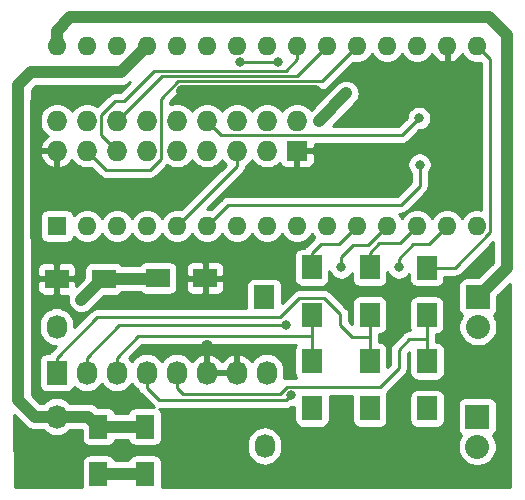
<source format=gtl>
G04 #@! TF.GenerationSoftware,KiCad,Pcbnew,(5.1.5)-3*
G04 #@! TF.CreationDate,2020-04-26T13:49:39+03:00*
G04 #@! TF.ProjectId,livecam,6c697665-6361-46d2-9e6b-696361645f70,rev?*
G04 #@! TF.SameCoordinates,Original*
G04 #@! TF.FileFunction,Copper,L1,Top*
G04 #@! TF.FilePolarity,Positive*
%FSLAX46Y46*%
G04 Gerber Fmt 4.6, Leading zero omitted, Abs format (unit mm)*
G04 Created by KiCad (PCBNEW (5.1.5)-3) date 2020-04-26 13:49:39*
%MOMM*%
%LPD*%
G04 APERTURE LIST*
%ADD10O,1.600000X1.600000*%
%ADD11R,1.600000X1.600000*%
%ADD12O,1.727200X2.032000*%
%ADD13R,1.727200X2.032000*%
%ADD14R,1.700000X2.000000*%
%ADD15O,1.727200X1.727200*%
%ADD16R,1.727200X1.727200*%
%ADD17O,2.032000X2.032000*%
%ADD18R,2.032000X2.032000*%
%ADD19R,2.000000X1.600000*%
%ADD20R,1.600000X2.000000*%
%ADD21C,0.800000*%
%ADD22C,0.250000*%
%ADD23C,1.000000*%
%ADD24C,0.254000*%
G04 APERTURE END LIST*
D10*
X169240000Y-44450000D03*
X169240000Y-59690000D03*
X133680000Y-44450000D03*
X166700000Y-59690000D03*
X136220000Y-44450000D03*
X164160000Y-59690000D03*
X138760000Y-44450000D03*
X161620000Y-59690000D03*
X141300000Y-44450000D03*
X159080000Y-59690000D03*
X143840000Y-44450000D03*
X156540000Y-59690000D03*
X146380000Y-44450000D03*
X154000000Y-59690000D03*
X148920000Y-44450000D03*
X151460000Y-59690000D03*
X151460000Y-44450000D03*
X148920000Y-59690000D03*
X154000000Y-44450000D03*
X146380000Y-59690000D03*
X156540000Y-44450000D03*
X143840000Y-59690000D03*
X159080000Y-44450000D03*
X141300000Y-59690000D03*
X161620000Y-44450000D03*
X138760000Y-59690000D03*
X164160000Y-44450000D03*
X136220000Y-59690000D03*
X166700000Y-44450000D03*
D11*
X133680000Y-59690000D03*
D12*
X151440000Y-72100000D03*
X148900000Y-72100000D03*
X146360000Y-72100000D03*
X143820000Y-72100000D03*
X141280000Y-72100000D03*
X138740000Y-72100000D03*
X136200000Y-72100000D03*
D13*
X133660000Y-72100000D03*
D14*
X165010000Y-75140000D03*
X165010000Y-71140000D03*
X164990000Y-67210000D03*
X164990000Y-63210000D03*
X160170000Y-75140000D03*
X160170000Y-71140000D03*
X160150000Y-67200000D03*
X160150000Y-63200000D03*
X155270000Y-75130000D03*
X155270000Y-71130000D03*
X155250000Y-67190000D03*
X155250000Y-63190000D03*
D15*
X133670000Y-50780000D03*
X133670000Y-53320000D03*
X136210000Y-50780000D03*
X136210000Y-53320000D03*
X138750000Y-50780000D03*
X138750000Y-53320000D03*
X141290000Y-50780000D03*
X141290000Y-53320000D03*
X143830000Y-50780000D03*
X143830000Y-53320000D03*
X146370000Y-50780000D03*
X146370000Y-53320000D03*
X148910000Y-50780000D03*
X148910000Y-53320000D03*
X151450000Y-50780000D03*
X151450000Y-53320000D03*
X153990000Y-50780000D03*
D16*
X153990000Y-53320000D03*
D17*
X169250000Y-78370000D03*
D18*
X169250000Y-75830000D03*
D17*
X169310000Y-68240000D03*
D18*
X169310000Y-65700000D03*
D12*
X133650000Y-68220000D03*
X133650000Y-75820000D03*
X151250000Y-78320000D03*
D13*
X151210000Y-65720000D03*
D19*
X137640000Y-64150000D03*
X133640000Y-64150000D03*
X142210000Y-64100000D03*
X146210000Y-64100000D03*
D20*
X141120000Y-80670000D03*
X141120000Y-76670000D03*
X137190000Y-80670000D03*
X137190000Y-76670000D03*
D21*
X162610000Y-63200000D03*
X135730000Y-65930000D03*
X139020000Y-80670000D03*
X164990000Y-75220000D03*
X160170000Y-75140000D03*
X155240000Y-75130000D03*
X155820000Y-50790000D03*
X158160000Y-48460000D03*
X157730000Y-63200000D03*
X164380000Y-54490000D03*
X152400000Y-45829957D03*
X149190000Y-45829957D03*
X144270000Y-48280000D03*
X133800000Y-48280000D03*
X146360000Y-69890000D03*
X146360000Y-66120000D03*
X159240000Y-54420000D03*
X155600000Y-48320000D03*
X161210000Y-47090000D03*
X164310000Y-50560000D03*
X153070000Y-68070000D03*
X153475607Y-74015010D03*
D22*
X170365001Y-45575001D02*
X169240000Y-44450000D01*
X164990000Y-63210000D02*
X167385002Y-63210000D01*
X170365001Y-60230001D02*
X170365001Y-45575001D01*
X167385002Y-63210000D02*
X170365001Y-60230001D01*
D23*
X169310000Y-65690000D02*
X171740000Y-63260000D01*
X169310000Y-65700000D02*
X169310000Y-65690000D01*
X170290000Y-42030000D02*
X134800000Y-42030000D01*
X133680000Y-43150000D02*
X133680000Y-44450000D01*
X171740000Y-63260000D02*
X171740000Y-43480000D01*
X134800000Y-42030000D02*
X133680000Y-43150000D01*
X171740000Y-43480000D02*
X170290000Y-42030000D01*
D22*
X166700000Y-59690000D02*
X165180000Y-61210000D01*
X165180000Y-61210000D02*
X163860000Y-61210000D01*
X163860000Y-61210000D02*
X162610000Y-62460000D01*
X162610000Y-62460000D02*
X162610000Y-63200000D01*
D23*
X137640000Y-64150000D02*
X137510000Y-64150000D01*
X137510000Y-64150000D02*
X135730000Y-65930000D01*
X137190000Y-80670000D02*
X139020000Y-80670000D01*
X139020000Y-80670000D02*
X141120000Y-80670000D01*
D22*
X165010000Y-75140000D02*
X165010000Y-75200000D01*
X165010000Y-75200000D02*
X164990000Y-75220000D01*
X160260000Y-75140000D02*
X160170000Y-75140000D01*
X155270000Y-75130000D02*
X155240000Y-75130000D01*
D23*
X142160000Y-64150000D02*
X142210000Y-64100000D01*
X137640000Y-64150000D02*
X142160000Y-64150000D01*
X155820000Y-50790000D02*
X155830000Y-50790000D01*
X155830000Y-50790000D02*
X158160000Y-48460000D01*
D22*
X164160000Y-59690000D02*
X162690000Y-61160000D01*
X160150000Y-61950000D02*
X160150000Y-63200000D01*
X160940000Y-61160000D02*
X160150000Y-61950000D01*
X162690000Y-61160000D02*
X160940000Y-61160000D01*
X161620000Y-59690000D02*
X160000000Y-61310000D01*
X160000000Y-61310000D02*
X158770000Y-61310000D01*
X158770000Y-61310000D02*
X157730000Y-62350000D01*
X157730000Y-62350000D02*
X157730000Y-63200000D01*
D23*
X131786400Y-75820000D02*
X133650000Y-75820000D01*
X139070000Y-46680000D02*
X131470000Y-46680000D01*
X130410000Y-74443600D02*
X131786400Y-75820000D01*
X141300000Y-44450000D02*
X139070000Y-46680000D01*
X130410000Y-47740000D02*
X130410000Y-74443600D01*
X131470000Y-46680000D02*
X130410000Y-47740000D01*
X136340000Y-75820000D02*
X137190000Y-76670000D01*
X133650000Y-75820000D02*
X136340000Y-75820000D01*
X137190000Y-76670000D02*
X141120000Y-76670000D01*
D22*
X159080000Y-59690000D02*
X157580000Y-61190000D01*
X155250000Y-61940000D02*
X155250000Y-63190000D01*
X156000000Y-61190000D02*
X155250000Y-61940000D01*
X157580000Y-61190000D02*
X156000000Y-61190000D01*
X137430000Y-52000000D02*
X137430000Y-50290000D01*
X138604999Y-49115001D02*
X139315436Y-49115001D01*
X153026403Y-46554967D02*
X154000000Y-45581370D01*
X139315436Y-49115001D02*
X141875470Y-46554967D01*
X141875470Y-46554967D02*
X153026403Y-46554967D01*
X138750000Y-53320000D02*
X137430000Y-52000000D01*
X154000000Y-45581370D02*
X154000000Y-44450000D01*
X137430000Y-50290000D02*
X138604999Y-49115001D01*
X146380000Y-59690000D02*
X148190000Y-57880000D01*
X148190000Y-57880000D02*
X162790000Y-57880000D01*
X162790000Y-57880000D02*
X164380000Y-56290000D01*
X164380000Y-56290000D02*
X164380000Y-54490000D01*
X138750000Y-50780000D02*
X142525022Y-47004978D01*
X153985022Y-47004978D02*
X155740001Y-45249999D01*
X155740001Y-45249999D02*
X156540000Y-44450000D01*
X142525022Y-47004978D02*
X153985022Y-47004978D01*
X148910000Y-54620000D02*
X143840000Y-59690000D01*
X148910000Y-53320000D02*
X148910000Y-54620000D01*
X136210000Y-53320000D02*
X137820000Y-54930000D01*
X137820000Y-54930000D02*
X141540000Y-54930000D01*
X141540000Y-54930000D02*
X142484989Y-53985011D01*
X156075011Y-47454989D02*
X158280001Y-45249999D01*
X158280001Y-45249999D02*
X159080000Y-44450000D01*
X142484989Y-48898270D02*
X143928270Y-47454989D01*
X143928270Y-47454989D02*
X156075011Y-47454989D01*
X142484989Y-53985011D02*
X142484989Y-48898270D01*
X149190000Y-45829957D02*
X149755685Y-45829957D01*
X149755685Y-45829957D02*
X152400000Y-45829957D01*
D23*
X146360000Y-70240000D02*
X146410000Y-70290000D01*
X146360000Y-69890000D02*
X146360000Y-70240000D01*
D22*
X146360000Y-69890000D02*
X146360000Y-72100000D01*
D23*
X144270000Y-48279999D02*
X144270000Y-48280000D01*
D22*
X132250000Y-53320000D02*
X133670000Y-53320000D01*
X131900000Y-49614315D02*
X131900000Y-52970000D01*
X133800000Y-48280000D02*
X133234315Y-48280000D01*
X131900000Y-52970000D02*
X132250000Y-53320000D01*
X133234315Y-48280000D02*
X131900000Y-49614315D01*
X131900000Y-60610000D02*
X133640000Y-62350000D01*
X131900000Y-52970000D02*
X131900000Y-60610000D01*
D23*
X133800000Y-48280000D02*
X132840000Y-48280000D01*
X131900000Y-49220000D02*
X131900000Y-60610000D01*
X132840000Y-48280000D02*
X131900000Y-49220000D01*
D22*
X133640000Y-62350000D02*
X133640000Y-64150000D01*
D23*
X146770000Y-66120000D02*
X146810000Y-66080000D01*
X146360000Y-66120000D02*
X146770000Y-66120000D01*
X144270000Y-48280000D02*
X155560000Y-48280000D01*
X155560000Y-48280000D02*
X155600000Y-48320000D01*
D22*
X162901399Y-51968601D02*
X164310000Y-50560000D01*
X146370000Y-50780000D02*
X147558601Y-51968601D01*
X147558601Y-51968601D02*
X162901399Y-51968601D01*
X155250000Y-71110000D02*
X155270000Y-71130000D01*
X138740000Y-70834000D02*
X138740000Y-72100000D01*
X140544000Y-69030000D02*
X138740000Y-70834000D01*
X155250000Y-67190000D02*
X155250000Y-69030000D01*
X155250000Y-69030000D02*
X140544000Y-69030000D01*
X155250000Y-69030000D02*
X155250000Y-71110000D01*
X136200000Y-70834000D02*
X136200000Y-72100000D01*
X138964000Y-68070000D02*
X136200000Y-70834000D01*
X153070000Y-68070000D02*
X138964000Y-68070000D01*
X160150000Y-71120000D02*
X160170000Y-71140000D01*
X160150000Y-67200000D02*
X160150000Y-69090000D01*
X160150000Y-69090000D02*
X160150000Y-71120000D01*
X154194998Y-65810000D02*
X152584998Y-67420000D01*
X156305002Y-65810000D02*
X154194998Y-65810000D01*
X133660000Y-70834000D02*
X133660000Y-72100000D01*
X137074000Y-67420000D02*
X133660000Y-70834000D01*
X152584998Y-67420000D02*
X137074000Y-67420000D01*
X156305002Y-65810000D02*
X157660000Y-67164998D01*
X157660000Y-67164998D02*
X157660000Y-68070000D01*
X158680000Y-69090000D02*
X160150000Y-69090000D01*
X157660000Y-68070000D02*
X158680000Y-69090000D01*
X153075608Y-74415009D02*
X153475607Y-74015010D01*
X141280000Y-72100000D02*
X141280000Y-73366000D01*
X142329009Y-74415009D02*
X153075608Y-74415009D01*
X141280000Y-73366000D02*
X142329009Y-74415009D01*
X164990000Y-71120000D02*
X165010000Y-71140000D01*
X164990000Y-67210000D02*
X164990000Y-69270000D01*
X164990000Y-69270000D02*
X164990000Y-71120000D01*
X162600000Y-70190000D02*
X163520000Y-69270000D01*
X163520000Y-69270000D02*
X164990000Y-69270000D01*
X162600000Y-71740000D02*
X162600000Y-70190000D01*
X161050000Y-73290000D02*
X162600000Y-71740000D01*
X143820000Y-72100000D02*
X143820000Y-73366000D01*
X144334000Y-73880000D02*
X152530000Y-73880000D01*
X143820000Y-73366000D02*
X144334000Y-73880000D01*
X152530000Y-73880000D02*
X153120000Y-73290000D01*
X153120000Y-73290000D02*
X161050000Y-73290000D01*
D24*
G36*
X139000635Y-48355001D02*
G01*
X138642332Y-48355001D01*
X138604999Y-48351324D01*
X138567666Y-48355001D01*
X138456013Y-48365998D01*
X138312752Y-48409455D01*
X138180723Y-48480027D01*
X138064998Y-48575000D01*
X138041200Y-48603998D01*
X137083737Y-49561461D01*
X136919853Y-49451958D01*
X136647125Y-49338990D01*
X136357599Y-49281400D01*
X136062401Y-49281400D01*
X135772875Y-49338990D01*
X135500147Y-49451958D01*
X135254698Y-49615961D01*
X135045961Y-49824698D01*
X134940000Y-49983281D01*
X134834039Y-49824698D01*
X134625302Y-49615961D01*
X134379853Y-49451958D01*
X134107125Y-49338990D01*
X133817599Y-49281400D01*
X133522401Y-49281400D01*
X133232875Y-49338990D01*
X132960147Y-49451958D01*
X132714698Y-49615961D01*
X132505961Y-49824698D01*
X132341958Y-50070147D01*
X132228990Y-50342875D01*
X132171400Y-50632401D01*
X132171400Y-50927599D01*
X132228990Y-51217125D01*
X132341958Y-51489853D01*
X132505961Y-51735302D01*
X132714698Y-51944039D01*
X132875813Y-52051692D01*
X132659707Y-52213146D01*
X132463183Y-52431512D01*
X132313036Y-52684022D01*
X132215037Y-52960973D01*
X132335536Y-53193000D01*
X133543000Y-53193000D01*
X133543000Y-53173000D01*
X133797000Y-53173000D01*
X133797000Y-53193000D01*
X133817000Y-53193000D01*
X133817000Y-53447000D01*
X133797000Y-53447000D01*
X133797000Y-54653817D01*
X134029026Y-54774958D01*
X134179814Y-54729222D01*
X134444944Y-54602684D01*
X134680293Y-54426854D01*
X134876817Y-54208488D01*
X134935441Y-54109897D01*
X135045961Y-54275302D01*
X135254698Y-54484039D01*
X135500147Y-54648042D01*
X135772875Y-54761010D01*
X136062401Y-54818600D01*
X136357599Y-54818600D01*
X136587974Y-54772776D01*
X137256201Y-55441003D01*
X137279999Y-55470001D01*
X137395724Y-55564974D01*
X137527753Y-55635546D01*
X137671014Y-55679003D01*
X137782667Y-55690000D01*
X137782677Y-55690000D01*
X137820000Y-55693676D01*
X137857323Y-55690000D01*
X141502678Y-55690000D01*
X141540000Y-55693676D01*
X141577322Y-55690000D01*
X141577333Y-55690000D01*
X141688986Y-55679003D01*
X141832247Y-55635546D01*
X141964276Y-55564974D01*
X142080001Y-55470001D01*
X142103804Y-55440998D01*
X142986236Y-54558566D01*
X143120147Y-54648042D01*
X143392875Y-54761010D01*
X143682401Y-54818600D01*
X143977599Y-54818600D01*
X144267125Y-54761010D01*
X144539853Y-54648042D01*
X144785302Y-54484039D01*
X144994039Y-54275302D01*
X145100000Y-54116719D01*
X145205961Y-54275302D01*
X145414698Y-54484039D01*
X145660147Y-54648042D01*
X145932875Y-54761010D01*
X146222401Y-54818600D01*
X146517599Y-54818600D01*
X146807125Y-54761010D01*
X147079853Y-54648042D01*
X147325302Y-54484039D01*
X147534039Y-54275302D01*
X147640000Y-54116719D01*
X147745961Y-54275302D01*
X147954698Y-54484039D01*
X147964566Y-54490632D01*
X144163887Y-58291312D01*
X143981335Y-58255000D01*
X143698665Y-58255000D01*
X143421426Y-58310147D01*
X143160273Y-58418320D01*
X142925241Y-58575363D01*
X142725363Y-58775241D01*
X142570000Y-59007759D01*
X142414637Y-58775241D01*
X142214759Y-58575363D01*
X141979727Y-58418320D01*
X141718574Y-58310147D01*
X141441335Y-58255000D01*
X141158665Y-58255000D01*
X140881426Y-58310147D01*
X140620273Y-58418320D01*
X140385241Y-58575363D01*
X140185363Y-58775241D01*
X140030000Y-59007759D01*
X139874637Y-58775241D01*
X139674759Y-58575363D01*
X139439727Y-58418320D01*
X139178574Y-58310147D01*
X138901335Y-58255000D01*
X138618665Y-58255000D01*
X138341426Y-58310147D01*
X138080273Y-58418320D01*
X137845241Y-58575363D01*
X137645363Y-58775241D01*
X137490000Y-59007759D01*
X137334637Y-58775241D01*
X137134759Y-58575363D01*
X136899727Y-58418320D01*
X136638574Y-58310147D01*
X136361335Y-58255000D01*
X136078665Y-58255000D01*
X135801426Y-58310147D01*
X135540273Y-58418320D01*
X135305241Y-58575363D01*
X135106643Y-58773961D01*
X135105812Y-58765518D01*
X135069502Y-58645820D01*
X135010537Y-58535506D01*
X134931185Y-58438815D01*
X134834494Y-58359463D01*
X134724180Y-58300498D01*
X134604482Y-58264188D01*
X134480000Y-58251928D01*
X132880000Y-58251928D01*
X132755518Y-58264188D01*
X132635820Y-58300498D01*
X132525506Y-58359463D01*
X132428815Y-58438815D01*
X132349463Y-58535506D01*
X132290498Y-58645820D01*
X132254188Y-58765518D01*
X132241928Y-58890000D01*
X132241928Y-60490000D01*
X132254188Y-60614482D01*
X132290498Y-60734180D01*
X132349463Y-60844494D01*
X132428815Y-60941185D01*
X132525506Y-61020537D01*
X132635820Y-61079502D01*
X132755518Y-61115812D01*
X132880000Y-61128072D01*
X134480000Y-61128072D01*
X134604482Y-61115812D01*
X134724180Y-61079502D01*
X134834494Y-61020537D01*
X134931185Y-60941185D01*
X135010537Y-60844494D01*
X135069502Y-60734180D01*
X135105812Y-60614482D01*
X135106643Y-60606039D01*
X135305241Y-60804637D01*
X135540273Y-60961680D01*
X135801426Y-61069853D01*
X136078665Y-61125000D01*
X136361335Y-61125000D01*
X136638574Y-61069853D01*
X136899727Y-60961680D01*
X137134759Y-60804637D01*
X137334637Y-60604759D01*
X137490000Y-60372241D01*
X137645363Y-60604759D01*
X137845241Y-60804637D01*
X138080273Y-60961680D01*
X138341426Y-61069853D01*
X138618665Y-61125000D01*
X138901335Y-61125000D01*
X139178574Y-61069853D01*
X139439727Y-60961680D01*
X139674759Y-60804637D01*
X139874637Y-60604759D01*
X140030000Y-60372241D01*
X140185363Y-60604759D01*
X140385241Y-60804637D01*
X140620273Y-60961680D01*
X140881426Y-61069853D01*
X141158665Y-61125000D01*
X141441335Y-61125000D01*
X141718574Y-61069853D01*
X141979727Y-60961680D01*
X142214759Y-60804637D01*
X142414637Y-60604759D01*
X142570000Y-60372241D01*
X142725363Y-60604759D01*
X142925241Y-60804637D01*
X143160273Y-60961680D01*
X143421426Y-61069853D01*
X143698665Y-61125000D01*
X143981335Y-61125000D01*
X144258574Y-61069853D01*
X144519727Y-60961680D01*
X144754759Y-60804637D01*
X144954637Y-60604759D01*
X145110000Y-60372241D01*
X145265363Y-60604759D01*
X145465241Y-60804637D01*
X145700273Y-60961680D01*
X145961426Y-61069853D01*
X146238665Y-61125000D01*
X146521335Y-61125000D01*
X146798574Y-61069853D01*
X147059727Y-60961680D01*
X147294759Y-60804637D01*
X147494637Y-60604759D01*
X147650000Y-60372241D01*
X147805363Y-60604759D01*
X148005241Y-60804637D01*
X148240273Y-60961680D01*
X148501426Y-61069853D01*
X148778665Y-61125000D01*
X149061335Y-61125000D01*
X149338574Y-61069853D01*
X149599727Y-60961680D01*
X149834759Y-60804637D01*
X150034637Y-60604759D01*
X150190000Y-60372241D01*
X150345363Y-60604759D01*
X150545241Y-60804637D01*
X150780273Y-60961680D01*
X151041426Y-61069853D01*
X151318665Y-61125000D01*
X151601335Y-61125000D01*
X151878574Y-61069853D01*
X152139727Y-60961680D01*
X152374759Y-60804637D01*
X152574637Y-60604759D01*
X152730000Y-60372241D01*
X152885363Y-60604759D01*
X153085241Y-60804637D01*
X153320273Y-60961680D01*
X153581426Y-61069853D01*
X153858665Y-61125000D01*
X154141335Y-61125000D01*
X154418574Y-61069853D01*
X154679727Y-60961680D01*
X154914759Y-60804637D01*
X155114637Y-60604759D01*
X155270000Y-60372241D01*
X155425363Y-60604759D01*
X155465823Y-60645219D01*
X155459999Y-60649999D01*
X155436201Y-60678998D01*
X154739002Y-61376197D01*
X154709999Y-61399999D01*
X154667121Y-61452247D01*
X154615026Y-61515724D01*
X154595674Y-61551928D01*
X154400000Y-61551928D01*
X154275518Y-61564188D01*
X154155820Y-61600498D01*
X154045506Y-61659463D01*
X153948815Y-61738815D01*
X153869463Y-61835506D01*
X153810498Y-61945820D01*
X153774188Y-62065518D01*
X153761928Y-62190000D01*
X153761928Y-64190000D01*
X153774188Y-64314482D01*
X153810498Y-64434180D01*
X153869463Y-64544494D01*
X153948815Y-64641185D01*
X154045506Y-64720537D01*
X154155820Y-64779502D01*
X154275518Y-64815812D01*
X154400000Y-64828072D01*
X156100000Y-64828072D01*
X156224482Y-64815812D01*
X156344180Y-64779502D01*
X156454494Y-64720537D01*
X156551185Y-64641185D01*
X156630537Y-64544494D01*
X156689502Y-64434180D01*
X156725812Y-64314482D01*
X156738072Y-64190000D01*
X156738072Y-63509860D01*
X156812795Y-63690256D01*
X156926063Y-63859774D01*
X157070226Y-64003937D01*
X157239744Y-64117205D01*
X157428102Y-64195226D01*
X157628061Y-64235000D01*
X157831939Y-64235000D01*
X158031898Y-64195226D01*
X158220256Y-64117205D01*
X158389774Y-64003937D01*
X158533937Y-63859774D01*
X158647205Y-63690256D01*
X158661928Y-63654712D01*
X158661928Y-64200000D01*
X158674188Y-64324482D01*
X158710498Y-64444180D01*
X158769463Y-64554494D01*
X158848815Y-64651185D01*
X158945506Y-64730537D01*
X159055820Y-64789502D01*
X159175518Y-64825812D01*
X159300000Y-64838072D01*
X161000000Y-64838072D01*
X161124482Y-64825812D01*
X161244180Y-64789502D01*
X161354494Y-64730537D01*
X161451185Y-64651185D01*
X161530537Y-64554494D01*
X161589502Y-64444180D01*
X161625812Y-64324482D01*
X161638072Y-64200000D01*
X161638072Y-63558144D01*
X161692795Y-63690256D01*
X161806063Y-63859774D01*
X161950226Y-64003937D01*
X162119744Y-64117205D01*
X162308102Y-64195226D01*
X162508061Y-64235000D01*
X162711939Y-64235000D01*
X162911898Y-64195226D01*
X163100256Y-64117205D01*
X163269774Y-64003937D01*
X163413937Y-63859774D01*
X163501928Y-63728086D01*
X163501928Y-64210000D01*
X163514188Y-64334482D01*
X163550498Y-64454180D01*
X163609463Y-64564494D01*
X163688815Y-64661185D01*
X163785506Y-64740537D01*
X163895820Y-64799502D01*
X164015518Y-64835812D01*
X164140000Y-64848072D01*
X165840000Y-64848072D01*
X165964482Y-64835812D01*
X166084180Y-64799502D01*
X166194494Y-64740537D01*
X166291185Y-64661185D01*
X166370537Y-64564494D01*
X166429502Y-64454180D01*
X166465812Y-64334482D01*
X166478072Y-64210000D01*
X166478072Y-63970000D01*
X167347680Y-63970000D01*
X167385002Y-63973676D01*
X167422324Y-63970000D01*
X167422335Y-63970000D01*
X167533988Y-63959003D01*
X167677249Y-63915546D01*
X167809278Y-63844974D01*
X167925003Y-63750001D01*
X167948806Y-63720997D01*
X170605000Y-61064804D01*
X170605000Y-62789868D01*
X169348941Y-64045928D01*
X168294000Y-64045928D01*
X168169518Y-64058188D01*
X168049820Y-64094498D01*
X167939506Y-64153463D01*
X167842815Y-64232815D01*
X167763463Y-64329506D01*
X167704498Y-64439820D01*
X167668188Y-64559518D01*
X167655928Y-64684000D01*
X167655928Y-66716000D01*
X167668188Y-66840482D01*
X167704498Y-66960180D01*
X167763463Y-67070494D01*
X167842815Y-67167185D01*
X167939506Y-67246537D01*
X167975364Y-67265704D01*
X167846903Y-67457958D01*
X167722447Y-67758421D01*
X167659000Y-68077391D01*
X167659000Y-68402609D01*
X167722447Y-68721579D01*
X167846903Y-69022042D01*
X168027585Y-69292451D01*
X168257549Y-69522415D01*
X168527958Y-69703097D01*
X168828421Y-69827553D01*
X169147391Y-69891000D01*
X169472609Y-69891000D01*
X169791579Y-69827553D01*
X170092042Y-69703097D01*
X170362451Y-69522415D01*
X170592415Y-69292451D01*
X170773097Y-69022042D01*
X170897553Y-68721579D01*
X170961000Y-68402609D01*
X170961000Y-68077391D01*
X170897553Y-67758421D01*
X170773097Y-67457958D01*
X170644636Y-67265704D01*
X170680494Y-67246537D01*
X170777185Y-67167185D01*
X170856537Y-67070494D01*
X170915502Y-66960180D01*
X170951812Y-66840482D01*
X170964072Y-66716000D01*
X170964072Y-65641059D01*
X172023000Y-64582132D01*
X172023000Y-81753000D01*
X142549897Y-81753000D01*
X142558072Y-81670000D01*
X142558072Y-79670000D01*
X142545812Y-79545518D01*
X142509502Y-79425820D01*
X142450537Y-79315506D01*
X142371185Y-79218815D01*
X142274494Y-79139463D01*
X142164180Y-79080498D01*
X142044482Y-79044188D01*
X141920000Y-79031928D01*
X140320000Y-79031928D01*
X140195518Y-79044188D01*
X140075820Y-79080498D01*
X139965506Y-79139463D01*
X139868815Y-79218815D01*
X139789463Y-79315506D01*
X139730498Y-79425820D01*
X139697379Y-79535000D01*
X138612621Y-79535000D01*
X138579502Y-79425820D01*
X138520537Y-79315506D01*
X138441185Y-79218815D01*
X138344494Y-79139463D01*
X138234180Y-79080498D01*
X138114482Y-79044188D01*
X137990000Y-79031928D01*
X136390000Y-79031928D01*
X136265518Y-79044188D01*
X136145820Y-79080498D01*
X136035506Y-79139463D01*
X135938815Y-79218815D01*
X135859463Y-79315506D01*
X135800498Y-79425820D01*
X135764188Y-79545518D01*
X135751928Y-79670000D01*
X135751928Y-81670000D01*
X135760103Y-81753000D01*
X130086558Y-81753000D01*
X130065466Y-75704198D01*
X130944413Y-76583146D01*
X130979951Y-76626449D01*
X131023254Y-76661987D01*
X131023256Y-76661989D01*
X131152777Y-76768284D01*
X131349953Y-76873676D01*
X131563901Y-76938577D01*
X131786400Y-76960491D01*
X131842152Y-76955000D01*
X132517746Y-76955000D01*
X132585203Y-77037197D01*
X132813394Y-77224469D01*
X133073736Y-77363625D01*
X133356223Y-77449316D01*
X133650000Y-77478251D01*
X133943776Y-77449316D01*
X134226263Y-77363625D01*
X134486605Y-77224469D01*
X134714797Y-77037197D01*
X134782255Y-76955000D01*
X135751928Y-76955000D01*
X135751928Y-77670000D01*
X135764188Y-77794482D01*
X135800498Y-77914180D01*
X135859463Y-78024494D01*
X135938815Y-78121185D01*
X136035506Y-78200537D01*
X136145820Y-78259502D01*
X136265518Y-78295812D01*
X136390000Y-78308072D01*
X137990000Y-78308072D01*
X138114482Y-78295812D01*
X138234180Y-78259502D01*
X138344494Y-78200537D01*
X138441185Y-78121185D01*
X138520537Y-78024494D01*
X138579502Y-77914180D01*
X138612621Y-77805000D01*
X139697379Y-77805000D01*
X139730498Y-77914180D01*
X139789463Y-78024494D01*
X139868815Y-78121185D01*
X139965506Y-78200537D01*
X140075820Y-78259502D01*
X140195518Y-78295812D01*
X140320000Y-78308072D01*
X141920000Y-78308072D01*
X142044482Y-78295812D01*
X142164180Y-78259502D01*
X142274494Y-78200537D01*
X142371185Y-78121185D01*
X142393510Y-78093981D01*
X149751400Y-78093981D01*
X149751400Y-78546018D01*
X149773084Y-78766176D01*
X149858775Y-79048663D01*
X149997931Y-79309005D01*
X150185203Y-79537197D01*
X150413394Y-79724469D01*
X150673736Y-79863625D01*
X150956223Y-79949316D01*
X151250000Y-79978251D01*
X151543776Y-79949316D01*
X151826263Y-79863625D01*
X152086605Y-79724469D01*
X152314797Y-79537197D01*
X152502069Y-79309006D01*
X152641225Y-79048664D01*
X152726916Y-78766177D01*
X152748600Y-78546019D01*
X152748600Y-78093982D01*
X152726916Y-77873824D01*
X152641225Y-77591337D01*
X152502069Y-77330994D01*
X152314797Y-77102803D01*
X152086606Y-76915531D01*
X151826264Y-76776375D01*
X151543777Y-76690684D01*
X151250000Y-76661749D01*
X150956224Y-76690684D01*
X150673737Y-76776375D01*
X150413395Y-76915531D01*
X150185203Y-77102803D01*
X149997931Y-77330994D01*
X149858775Y-77591336D01*
X149773084Y-77873823D01*
X149751400Y-78093981D01*
X142393510Y-78093981D01*
X142450537Y-78024494D01*
X142509502Y-77914180D01*
X142545812Y-77794482D01*
X142558072Y-77670000D01*
X142558072Y-75670000D01*
X142545812Y-75545518D01*
X142509502Y-75425820D01*
X142450537Y-75315506D01*
X142371185Y-75218815D01*
X142321370Y-75177933D01*
X142329009Y-75178685D01*
X142366334Y-75175009D01*
X153038286Y-75175009D01*
X153075608Y-75178685D01*
X153112930Y-75175009D01*
X153112941Y-75175009D01*
X153224594Y-75164012D01*
X153367855Y-75120555D01*
X153499833Y-75050010D01*
X153577546Y-75050010D01*
X153777505Y-75010236D01*
X153781928Y-75008404D01*
X153781928Y-76130000D01*
X153794188Y-76254482D01*
X153830498Y-76374180D01*
X153889463Y-76484494D01*
X153968815Y-76581185D01*
X154065506Y-76660537D01*
X154175820Y-76719502D01*
X154295518Y-76755812D01*
X154420000Y-76768072D01*
X156120000Y-76768072D01*
X156244482Y-76755812D01*
X156364180Y-76719502D01*
X156474494Y-76660537D01*
X156571185Y-76581185D01*
X156650537Y-76484494D01*
X156709502Y-76374180D01*
X156745812Y-76254482D01*
X156758072Y-76130000D01*
X156758072Y-74130000D01*
X156750193Y-74050000D01*
X158690792Y-74050000D01*
X158681928Y-74140000D01*
X158681928Y-76140000D01*
X158694188Y-76264482D01*
X158730498Y-76384180D01*
X158789463Y-76494494D01*
X158868815Y-76591185D01*
X158965506Y-76670537D01*
X159075820Y-76729502D01*
X159195518Y-76765812D01*
X159320000Y-76778072D01*
X161020000Y-76778072D01*
X161144482Y-76765812D01*
X161264180Y-76729502D01*
X161374494Y-76670537D01*
X161471185Y-76591185D01*
X161550537Y-76494494D01*
X161609502Y-76384180D01*
X161645812Y-76264482D01*
X161658072Y-76140000D01*
X161658072Y-74140000D01*
X163521928Y-74140000D01*
X163521928Y-76140000D01*
X163534188Y-76264482D01*
X163570498Y-76384180D01*
X163629463Y-76494494D01*
X163708815Y-76591185D01*
X163805506Y-76670537D01*
X163915820Y-76729502D01*
X164035518Y-76765812D01*
X164160000Y-76778072D01*
X165860000Y-76778072D01*
X165984482Y-76765812D01*
X166104180Y-76729502D01*
X166214494Y-76670537D01*
X166311185Y-76591185D01*
X166390537Y-76494494D01*
X166449502Y-76384180D01*
X166485812Y-76264482D01*
X166498072Y-76140000D01*
X166498072Y-74814000D01*
X167595928Y-74814000D01*
X167595928Y-76846000D01*
X167608188Y-76970482D01*
X167644498Y-77090180D01*
X167703463Y-77200494D01*
X167782815Y-77297185D01*
X167879506Y-77376537D01*
X167915364Y-77395704D01*
X167786903Y-77587958D01*
X167662447Y-77888421D01*
X167599000Y-78207391D01*
X167599000Y-78532609D01*
X167662447Y-78851579D01*
X167786903Y-79152042D01*
X167967585Y-79422451D01*
X168197549Y-79652415D01*
X168467958Y-79833097D01*
X168768421Y-79957553D01*
X169087391Y-80021000D01*
X169412609Y-80021000D01*
X169731579Y-79957553D01*
X170032042Y-79833097D01*
X170302451Y-79652415D01*
X170532415Y-79422451D01*
X170713097Y-79152042D01*
X170837553Y-78851579D01*
X170901000Y-78532609D01*
X170901000Y-78207391D01*
X170837553Y-77888421D01*
X170713097Y-77587958D01*
X170584636Y-77395704D01*
X170620494Y-77376537D01*
X170717185Y-77297185D01*
X170796537Y-77200494D01*
X170855502Y-77090180D01*
X170891812Y-76970482D01*
X170904072Y-76846000D01*
X170904072Y-74814000D01*
X170891812Y-74689518D01*
X170855502Y-74569820D01*
X170796537Y-74459506D01*
X170717185Y-74362815D01*
X170620494Y-74283463D01*
X170510180Y-74224498D01*
X170390482Y-74188188D01*
X170266000Y-74175928D01*
X168234000Y-74175928D01*
X168109518Y-74188188D01*
X167989820Y-74224498D01*
X167879506Y-74283463D01*
X167782815Y-74362815D01*
X167703463Y-74459506D01*
X167644498Y-74569820D01*
X167608188Y-74689518D01*
X167595928Y-74814000D01*
X166498072Y-74814000D01*
X166498072Y-74140000D01*
X166485812Y-74015518D01*
X166449502Y-73895820D01*
X166390537Y-73785506D01*
X166311185Y-73688815D01*
X166214494Y-73609463D01*
X166104180Y-73550498D01*
X165984482Y-73514188D01*
X165860000Y-73501928D01*
X164160000Y-73501928D01*
X164035518Y-73514188D01*
X163915820Y-73550498D01*
X163805506Y-73609463D01*
X163708815Y-73688815D01*
X163629463Y-73785506D01*
X163570498Y-73895820D01*
X163534188Y-74015518D01*
X163521928Y-74140000D01*
X161658072Y-74140000D01*
X161645812Y-74015518D01*
X161609502Y-73895820D01*
X161579102Y-73838946D01*
X161590001Y-73830001D01*
X161613804Y-73800997D01*
X163111004Y-72303798D01*
X163140001Y-72280001D01*
X163183498Y-72227000D01*
X163234974Y-72164277D01*
X163305546Y-72032247D01*
X163323518Y-71973000D01*
X163349003Y-71888986D01*
X163360000Y-71777333D01*
X163360000Y-71777323D01*
X163363676Y-71740001D01*
X163360000Y-71702678D01*
X163360000Y-70504802D01*
X163521928Y-70342874D01*
X163521928Y-72140000D01*
X163534188Y-72264482D01*
X163570498Y-72384180D01*
X163629463Y-72494494D01*
X163708815Y-72591185D01*
X163805506Y-72670537D01*
X163915820Y-72729502D01*
X164035518Y-72765812D01*
X164160000Y-72778072D01*
X165860000Y-72778072D01*
X165984482Y-72765812D01*
X166104180Y-72729502D01*
X166214494Y-72670537D01*
X166311185Y-72591185D01*
X166390537Y-72494494D01*
X166449502Y-72384180D01*
X166485812Y-72264482D01*
X166498072Y-72140000D01*
X166498072Y-70140000D01*
X166485812Y-70015518D01*
X166449502Y-69895820D01*
X166390537Y-69785506D01*
X166311185Y-69688815D01*
X166214494Y-69609463D01*
X166104180Y-69550498D01*
X165984482Y-69514188D01*
X165860000Y-69501928D01*
X165750000Y-69501928D01*
X165750000Y-69307333D01*
X165753677Y-69270000D01*
X165750000Y-69232667D01*
X165750000Y-68848072D01*
X165840000Y-68848072D01*
X165964482Y-68835812D01*
X166084180Y-68799502D01*
X166194494Y-68740537D01*
X166291185Y-68661185D01*
X166370537Y-68564494D01*
X166429502Y-68454180D01*
X166465812Y-68334482D01*
X166478072Y-68210000D01*
X166478072Y-66210000D01*
X166465812Y-66085518D01*
X166429502Y-65965820D01*
X166370537Y-65855506D01*
X166291185Y-65758815D01*
X166194494Y-65679463D01*
X166084180Y-65620498D01*
X165964482Y-65584188D01*
X165840000Y-65571928D01*
X164140000Y-65571928D01*
X164015518Y-65584188D01*
X163895820Y-65620498D01*
X163785506Y-65679463D01*
X163688815Y-65758815D01*
X163609463Y-65855506D01*
X163550498Y-65965820D01*
X163514188Y-66085518D01*
X163501928Y-66210000D01*
X163501928Y-68210000D01*
X163514188Y-68334482D01*
X163550498Y-68454180D01*
X163580335Y-68510000D01*
X163557322Y-68510000D01*
X163519999Y-68506324D01*
X163482676Y-68510000D01*
X163482667Y-68510000D01*
X163371014Y-68520997D01*
X163227753Y-68564454D01*
X163095724Y-68635026D01*
X163095722Y-68635027D01*
X163095723Y-68635027D01*
X163008996Y-68706201D01*
X163008992Y-68706205D01*
X162979999Y-68729999D01*
X162956205Y-68758992D01*
X162088998Y-69626201D01*
X162060000Y-69649999D01*
X162036202Y-69678997D01*
X162036201Y-69678998D01*
X161965026Y-69765724D01*
X161894454Y-69897754D01*
X161850998Y-70041015D01*
X161836324Y-70190000D01*
X161840001Y-70227332D01*
X161840000Y-71425198D01*
X161658072Y-71607126D01*
X161658072Y-70140000D01*
X161645812Y-70015518D01*
X161609502Y-69895820D01*
X161550537Y-69785506D01*
X161471185Y-69688815D01*
X161374494Y-69609463D01*
X161264180Y-69550498D01*
X161144482Y-69514188D01*
X161020000Y-69501928D01*
X160910000Y-69501928D01*
X160910000Y-69127333D01*
X160913677Y-69090000D01*
X160910000Y-69052667D01*
X160910000Y-68838072D01*
X161000000Y-68838072D01*
X161124482Y-68825812D01*
X161244180Y-68789502D01*
X161354494Y-68730537D01*
X161451185Y-68651185D01*
X161530537Y-68554494D01*
X161589502Y-68444180D01*
X161625812Y-68324482D01*
X161638072Y-68200000D01*
X161638072Y-66200000D01*
X161625812Y-66075518D01*
X161589502Y-65955820D01*
X161530537Y-65845506D01*
X161451185Y-65748815D01*
X161354494Y-65669463D01*
X161244180Y-65610498D01*
X161124482Y-65574188D01*
X161000000Y-65561928D01*
X159300000Y-65561928D01*
X159175518Y-65574188D01*
X159055820Y-65610498D01*
X158945506Y-65669463D01*
X158848815Y-65748815D01*
X158769463Y-65845506D01*
X158710498Y-65955820D01*
X158674188Y-66075518D01*
X158661928Y-66200000D01*
X158661928Y-67997127D01*
X158420000Y-67755199D01*
X158420000Y-67202331D01*
X158423677Y-67164998D01*
X158409003Y-67016012D01*
X158365546Y-66872751D01*
X158294974Y-66740722D01*
X158223799Y-66653995D01*
X158200001Y-66624997D01*
X158171004Y-66601200D01*
X156868806Y-65299003D01*
X156845003Y-65269999D01*
X156729278Y-65175026D01*
X156597249Y-65104454D01*
X156453988Y-65060997D01*
X156342335Y-65050000D01*
X156342324Y-65050000D01*
X156305002Y-65046324D01*
X156267680Y-65050000D01*
X154232321Y-65050000D01*
X154194998Y-65046324D01*
X154157675Y-65050000D01*
X154157665Y-65050000D01*
X154046012Y-65060997D01*
X153902751Y-65104454D01*
X153770722Y-65175026D01*
X153654997Y-65269999D01*
X153631199Y-65298997D01*
X152711672Y-66218525D01*
X152711672Y-64704000D01*
X152699412Y-64579518D01*
X152663102Y-64459820D01*
X152604137Y-64349506D01*
X152524785Y-64252815D01*
X152428094Y-64173463D01*
X152317780Y-64114498D01*
X152198082Y-64078188D01*
X152073600Y-64065928D01*
X150346400Y-64065928D01*
X150221918Y-64078188D01*
X150102220Y-64114498D01*
X149991906Y-64173463D01*
X149895215Y-64252815D01*
X149815863Y-64349506D01*
X149756898Y-64459820D01*
X149720588Y-64579518D01*
X149708328Y-64704000D01*
X149708328Y-66660000D01*
X137111322Y-66660000D01*
X137073999Y-66656324D01*
X137036676Y-66660000D01*
X137036667Y-66660000D01*
X136925014Y-66670997D01*
X136781753Y-66714454D01*
X136649723Y-66785026D01*
X136573959Y-66847205D01*
X136533999Y-66879999D01*
X136510201Y-66908997D01*
X135148600Y-68270598D01*
X135148600Y-67993982D01*
X135126916Y-67773824D01*
X135041225Y-67491337D01*
X134902069Y-67230994D01*
X134714797Y-67002803D01*
X134486606Y-66815531D01*
X134226264Y-66676375D01*
X133943777Y-66590684D01*
X133650000Y-66561749D01*
X133356224Y-66590684D01*
X133073737Y-66676375D01*
X132813395Y-66815531D01*
X132585203Y-67002803D01*
X132397931Y-67230994D01*
X132258775Y-67491336D01*
X132173084Y-67773823D01*
X132151400Y-67993981D01*
X132151400Y-68446018D01*
X132173084Y-68666176D01*
X132258775Y-68948663D01*
X132397931Y-69209005D01*
X132585203Y-69437197D01*
X132813394Y-69624469D01*
X133073736Y-69763625D01*
X133356223Y-69849316D01*
X133550726Y-69868473D01*
X133149003Y-70270196D01*
X133119999Y-70293999D01*
X133068851Y-70356324D01*
X133025026Y-70409724D01*
X133005674Y-70445928D01*
X132796400Y-70445928D01*
X132671918Y-70458188D01*
X132552220Y-70494498D01*
X132441906Y-70553463D01*
X132345215Y-70632815D01*
X132265863Y-70729506D01*
X132206898Y-70839820D01*
X132170588Y-70959518D01*
X132158328Y-71084000D01*
X132158328Y-73116000D01*
X132170588Y-73240482D01*
X132206898Y-73360180D01*
X132265863Y-73470494D01*
X132345215Y-73567185D01*
X132441906Y-73646537D01*
X132552220Y-73705502D01*
X132671918Y-73741812D01*
X132796400Y-73754072D01*
X134523600Y-73754072D01*
X134648082Y-73741812D01*
X134767780Y-73705502D01*
X134878094Y-73646537D01*
X134974785Y-73567185D01*
X135054137Y-73470494D01*
X135113102Y-73360180D01*
X135128586Y-73309135D01*
X135135203Y-73317197D01*
X135363395Y-73504469D01*
X135623737Y-73643625D01*
X135906224Y-73729316D01*
X136200000Y-73758251D01*
X136493777Y-73729316D01*
X136776264Y-73643625D01*
X137036606Y-73504469D01*
X137264797Y-73317197D01*
X137452069Y-73089006D01*
X137470000Y-73055459D01*
X137487931Y-73089006D01*
X137675203Y-73317197D01*
X137903395Y-73504469D01*
X138163737Y-73643625D01*
X138446224Y-73729316D01*
X138740000Y-73758251D01*
X139033777Y-73729316D01*
X139316264Y-73643625D01*
X139576606Y-73504469D01*
X139804797Y-73317197D01*
X139992069Y-73089006D01*
X140010000Y-73055459D01*
X140027931Y-73089006D01*
X140215203Y-73317197D01*
X140443395Y-73504469D01*
X140544143Y-73558320D01*
X140574454Y-73658246D01*
X140645026Y-73790276D01*
X140714565Y-73875008D01*
X140740000Y-73906001D01*
X140768998Y-73929799D01*
X141765210Y-74926012D01*
X141789008Y-74955010D01*
X141882733Y-75031928D01*
X140320000Y-75031928D01*
X140195518Y-75044188D01*
X140075820Y-75080498D01*
X139965506Y-75139463D01*
X139868815Y-75218815D01*
X139789463Y-75315506D01*
X139730498Y-75425820D01*
X139697379Y-75535000D01*
X138612621Y-75535000D01*
X138579502Y-75425820D01*
X138520537Y-75315506D01*
X138441185Y-75218815D01*
X138344494Y-75139463D01*
X138234180Y-75080498D01*
X138114482Y-75044188D01*
X137990000Y-75031928D01*
X137161531Y-75031928D01*
X137146449Y-75013551D01*
X136973623Y-74871716D01*
X136776447Y-74766324D01*
X136562499Y-74701423D01*
X136395752Y-74685000D01*
X136395751Y-74685000D01*
X136340000Y-74679509D01*
X136284249Y-74685000D01*
X134782255Y-74685000D01*
X134714797Y-74602803D01*
X134486606Y-74415531D01*
X134226264Y-74276375D01*
X133943777Y-74190684D01*
X133650000Y-74161749D01*
X133356224Y-74190684D01*
X133073737Y-74276375D01*
X132813395Y-74415531D01*
X132585203Y-74602803D01*
X132517745Y-74685000D01*
X132256532Y-74685000D01*
X131545000Y-73973468D01*
X131545000Y-64950000D01*
X132001928Y-64950000D01*
X132014188Y-65074482D01*
X132050498Y-65194180D01*
X132109463Y-65304494D01*
X132188815Y-65401185D01*
X132285506Y-65480537D01*
X132395820Y-65539502D01*
X132515518Y-65575812D01*
X132640000Y-65588072D01*
X133354250Y-65585000D01*
X133513000Y-65426250D01*
X133513000Y-64277000D01*
X133767000Y-64277000D01*
X133767000Y-65426250D01*
X133925750Y-65585000D01*
X134640000Y-65588072D01*
X134647888Y-65587295D01*
X134611423Y-65707502D01*
X134589509Y-65930000D01*
X134611423Y-66152498D01*
X134676324Y-66366446D01*
X134781717Y-66563622D01*
X134923552Y-66736448D01*
X135096378Y-66878283D01*
X135293554Y-66983676D01*
X135507502Y-67048577D01*
X135730000Y-67070491D01*
X135952498Y-67048577D01*
X136166446Y-66983676D01*
X136363622Y-66878283D01*
X136493143Y-66771988D01*
X137677060Y-65588072D01*
X138640000Y-65588072D01*
X138764482Y-65575812D01*
X138884180Y-65539502D01*
X138994494Y-65480537D01*
X139091185Y-65401185D01*
X139170537Y-65304494D01*
X139180957Y-65285000D01*
X140704499Y-65285000D01*
X140758815Y-65351185D01*
X140855506Y-65430537D01*
X140965820Y-65489502D01*
X141085518Y-65525812D01*
X141210000Y-65538072D01*
X143210000Y-65538072D01*
X143334482Y-65525812D01*
X143454180Y-65489502D01*
X143564494Y-65430537D01*
X143661185Y-65351185D01*
X143740537Y-65254494D01*
X143799502Y-65144180D01*
X143835812Y-65024482D01*
X143848072Y-64900000D01*
X144571928Y-64900000D01*
X144584188Y-65024482D01*
X144620498Y-65144180D01*
X144679463Y-65254494D01*
X144758815Y-65351185D01*
X144855506Y-65430537D01*
X144965820Y-65489502D01*
X145085518Y-65525812D01*
X145210000Y-65538072D01*
X145924250Y-65535000D01*
X146083000Y-65376250D01*
X146083000Y-64227000D01*
X146337000Y-64227000D01*
X146337000Y-65376250D01*
X146495750Y-65535000D01*
X147210000Y-65538072D01*
X147334482Y-65525812D01*
X147454180Y-65489502D01*
X147564494Y-65430537D01*
X147661185Y-65351185D01*
X147740537Y-65254494D01*
X147799502Y-65144180D01*
X147835812Y-65024482D01*
X147848072Y-64900000D01*
X147845000Y-64385750D01*
X147686250Y-64227000D01*
X146337000Y-64227000D01*
X146083000Y-64227000D01*
X144733750Y-64227000D01*
X144575000Y-64385750D01*
X144571928Y-64900000D01*
X143848072Y-64900000D01*
X143848072Y-63300000D01*
X144571928Y-63300000D01*
X144575000Y-63814250D01*
X144733750Y-63973000D01*
X146083000Y-63973000D01*
X146083000Y-62823750D01*
X146337000Y-62823750D01*
X146337000Y-63973000D01*
X147686250Y-63973000D01*
X147845000Y-63814250D01*
X147848072Y-63300000D01*
X147835812Y-63175518D01*
X147799502Y-63055820D01*
X147740537Y-62945506D01*
X147661185Y-62848815D01*
X147564494Y-62769463D01*
X147454180Y-62710498D01*
X147334482Y-62674188D01*
X147210000Y-62661928D01*
X146495750Y-62665000D01*
X146337000Y-62823750D01*
X146083000Y-62823750D01*
X145924250Y-62665000D01*
X145210000Y-62661928D01*
X145085518Y-62674188D01*
X144965820Y-62710498D01*
X144855506Y-62769463D01*
X144758815Y-62848815D01*
X144679463Y-62945506D01*
X144620498Y-63055820D01*
X144584188Y-63175518D01*
X144571928Y-63300000D01*
X143848072Y-63300000D01*
X143835812Y-63175518D01*
X143799502Y-63055820D01*
X143740537Y-62945506D01*
X143661185Y-62848815D01*
X143564494Y-62769463D01*
X143454180Y-62710498D01*
X143334482Y-62674188D01*
X143210000Y-62661928D01*
X141210000Y-62661928D01*
X141085518Y-62674188D01*
X140965820Y-62710498D01*
X140855506Y-62769463D01*
X140758815Y-62848815D01*
X140679463Y-62945506D01*
X140642317Y-63015000D01*
X139180957Y-63015000D01*
X139170537Y-62995506D01*
X139091185Y-62898815D01*
X138994494Y-62819463D01*
X138884180Y-62760498D01*
X138764482Y-62724188D01*
X138640000Y-62711928D01*
X136640000Y-62711928D01*
X136515518Y-62724188D01*
X136395820Y-62760498D01*
X136285506Y-62819463D01*
X136188815Y-62898815D01*
X136109463Y-62995506D01*
X136050498Y-63105820D01*
X136014188Y-63225518D01*
X136001928Y-63350000D01*
X136001928Y-64052940D01*
X135277043Y-64777825D01*
X135275000Y-64435750D01*
X135116250Y-64277000D01*
X133767000Y-64277000D01*
X133513000Y-64277000D01*
X132163750Y-64277000D01*
X132005000Y-64435750D01*
X132001928Y-64950000D01*
X131545000Y-64950000D01*
X131545000Y-63350000D01*
X132001928Y-63350000D01*
X132005000Y-63864250D01*
X132163750Y-64023000D01*
X133513000Y-64023000D01*
X133513000Y-62873750D01*
X133767000Y-62873750D01*
X133767000Y-64023000D01*
X135116250Y-64023000D01*
X135275000Y-63864250D01*
X135278072Y-63350000D01*
X135265812Y-63225518D01*
X135229502Y-63105820D01*
X135170537Y-62995506D01*
X135091185Y-62898815D01*
X134994494Y-62819463D01*
X134884180Y-62760498D01*
X134764482Y-62724188D01*
X134640000Y-62711928D01*
X133925750Y-62715000D01*
X133767000Y-62873750D01*
X133513000Y-62873750D01*
X133354250Y-62715000D01*
X132640000Y-62711928D01*
X132515518Y-62724188D01*
X132395820Y-62760498D01*
X132285506Y-62819463D01*
X132188815Y-62898815D01*
X132109463Y-62995506D01*
X132050498Y-63105820D01*
X132014188Y-63225518D01*
X132001928Y-63350000D01*
X131545000Y-63350000D01*
X131545000Y-53679027D01*
X132215037Y-53679027D01*
X132313036Y-53955978D01*
X132463183Y-54208488D01*
X132659707Y-54426854D01*
X132895056Y-54602684D01*
X133160186Y-54729222D01*
X133310974Y-54774958D01*
X133543000Y-54653817D01*
X133543000Y-53447000D01*
X132335536Y-53447000D01*
X132215037Y-53679027D01*
X131545000Y-53679027D01*
X131545000Y-48210131D01*
X131940132Y-47815000D01*
X139014249Y-47815000D01*
X139070000Y-47820491D01*
X139125751Y-47815000D01*
X139125752Y-47815000D01*
X139292499Y-47798577D01*
X139506447Y-47733676D01*
X139703623Y-47628284D01*
X139835949Y-47519687D01*
X139000635Y-48355001D01*
G37*
X139000635Y-48355001D02*
X138642332Y-48355001D01*
X138604999Y-48351324D01*
X138567666Y-48355001D01*
X138456013Y-48365998D01*
X138312752Y-48409455D01*
X138180723Y-48480027D01*
X138064998Y-48575000D01*
X138041200Y-48603998D01*
X137083737Y-49561461D01*
X136919853Y-49451958D01*
X136647125Y-49338990D01*
X136357599Y-49281400D01*
X136062401Y-49281400D01*
X135772875Y-49338990D01*
X135500147Y-49451958D01*
X135254698Y-49615961D01*
X135045961Y-49824698D01*
X134940000Y-49983281D01*
X134834039Y-49824698D01*
X134625302Y-49615961D01*
X134379853Y-49451958D01*
X134107125Y-49338990D01*
X133817599Y-49281400D01*
X133522401Y-49281400D01*
X133232875Y-49338990D01*
X132960147Y-49451958D01*
X132714698Y-49615961D01*
X132505961Y-49824698D01*
X132341958Y-50070147D01*
X132228990Y-50342875D01*
X132171400Y-50632401D01*
X132171400Y-50927599D01*
X132228990Y-51217125D01*
X132341958Y-51489853D01*
X132505961Y-51735302D01*
X132714698Y-51944039D01*
X132875813Y-52051692D01*
X132659707Y-52213146D01*
X132463183Y-52431512D01*
X132313036Y-52684022D01*
X132215037Y-52960973D01*
X132335536Y-53193000D01*
X133543000Y-53193000D01*
X133543000Y-53173000D01*
X133797000Y-53173000D01*
X133797000Y-53193000D01*
X133817000Y-53193000D01*
X133817000Y-53447000D01*
X133797000Y-53447000D01*
X133797000Y-54653817D01*
X134029026Y-54774958D01*
X134179814Y-54729222D01*
X134444944Y-54602684D01*
X134680293Y-54426854D01*
X134876817Y-54208488D01*
X134935441Y-54109897D01*
X135045961Y-54275302D01*
X135254698Y-54484039D01*
X135500147Y-54648042D01*
X135772875Y-54761010D01*
X136062401Y-54818600D01*
X136357599Y-54818600D01*
X136587974Y-54772776D01*
X137256201Y-55441003D01*
X137279999Y-55470001D01*
X137395724Y-55564974D01*
X137527753Y-55635546D01*
X137671014Y-55679003D01*
X137782667Y-55690000D01*
X137782677Y-55690000D01*
X137820000Y-55693676D01*
X137857323Y-55690000D01*
X141502678Y-55690000D01*
X141540000Y-55693676D01*
X141577322Y-55690000D01*
X141577333Y-55690000D01*
X141688986Y-55679003D01*
X141832247Y-55635546D01*
X141964276Y-55564974D01*
X142080001Y-55470001D01*
X142103804Y-55440998D01*
X142986236Y-54558566D01*
X143120147Y-54648042D01*
X143392875Y-54761010D01*
X143682401Y-54818600D01*
X143977599Y-54818600D01*
X144267125Y-54761010D01*
X144539853Y-54648042D01*
X144785302Y-54484039D01*
X144994039Y-54275302D01*
X145100000Y-54116719D01*
X145205961Y-54275302D01*
X145414698Y-54484039D01*
X145660147Y-54648042D01*
X145932875Y-54761010D01*
X146222401Y-54818600D01*
X146517599Y-54818600D01*
X146807125Y-54761010D01*
X147079853Y-54648042D01*
X147325302Y-54484039D01*
X147534039Y-54275302D01*
X147640000Y-54116719D01*
X147745961Y-54275302D01*
X147954698Y-54484039D01*
X147964566Y-54490632D01*
X144163887Y-58291312D01*
X143981335Y-58255000D01*
X143698665Y-58255000D01*
X143421426Y-58310147D01*
X143160273Y-58418320D01*
X142925241Y-58575363D01*
X142725363Y-58775241D01*
X142570000Y-59007759D01*
X142414637Y-58775241D01*
X142214759Y-58575363D01*
X141979727Y-58418320D01*
X141718574Y-58310147D01*
X141441335Y-58255000D01*
X141158665Y-58255000D01*
X140881426Y-58310147D01*
X140620273Y-58418320D01*
X140385241Y-58575363D01*
X140185363Y-58775241D01*
X140030000Y-59007759D01*
X139874637Y-58775241D01*
X139674759Y-58575363D01*
X139439727Y-58418320D01*
X139178574Y-58310147D01*
X138901335Y-58255000D01*
X138618665Y-58255000D01*
X138341426Y-58310147D01*
X138080273Y-58418320D01*
X137845241Y-58575363D01*
X137645363Y-58775241D01*
X137490000Y-59007759D01*
X137334637Y-58775241D01*
X137134759Y-58575363D01*
X136899727Y-58418320D01*
X136638574Y-58310147D01*
X136361335Y-58255000D01*
X136078665Y-58255000D01*
X135801426Y-58310147D01*
X135540273Y-58418320D01*
X135305241Y-58575363D01*
X135106643Y-58773961D01*
X135105812Y-58765518D01*
X135069502Y-58645820D01*
X135010537Y-58535506D01*
X134931185Y-58438815D01*
X134834494Y-58359463D01*
X134724180Y-58300498D01*
X134604482Y-58264188D01*
X134480000Y-58251928D01*
X132880000Y-58251928D01*
X132755518Y-58264188D01*
X132635820Y-58300498D01*
X132525506Y-58359463D01*
X132428815Y-58438815D01*
X132349463Y-58535506D01*
X132290498Y-58645820D01*
X132254188Y-58765518D01*
X132241928Y-58890000D01*
X132241928Y-60490000D01*
X132254188Y-60614482D01*
X132290498Y-60734180D01*
X132349463Y-60844494D01*
X132428815Y-60941185D01*
X132525506Y-61020537D01*
X132635820Y-61079502D01*
X132755518Y-61115812D01*
X132880000Y-61128072D01*
X134480000Y-61128072D01*
X134604482Y-61115812D01*
X134724180Y-61079502D01*
X134834494Y-61020537D01*
X134931185Y-60941185D01*
X135010537Y-60844494D01*
X135069502Y-60734180D01*
X135105812Y-60614482D01*
X135106643Y-60606039D01*
X135305241Y-60804637D01*
X135540273Y-60961680D01*
X135801426Y-61069853D01*
X136078665Y-61125000D01*
X136361335Y-61125000D01*
X136638574Y-61069853D01*
X136899727Y-60961680D01*
X137134759Y-60804637D01*
X137334637Y-60604759D01*
X137490000Y-60372241D01*
X137645363Y-60604759D01*
X137845241Y-60804637D01*
X138080273Y-60961680D01*
X138341426Y-61069853D01*
X138618665Y-61125000D01*
X138901335Y-61125000D01*
X139178574Y-61069853D01*
X139439727Y-60961680D01*
X139674759Y-60804637D01*
X139874637Y-60604759D01*
X140030000Y-60372241D01*
X140185363Y-60604759D01*
X140385241Y-60804637D01*
X140620273Y-60961680D01*
X140881426Y-61069853D01*
X141158665Y-61125000D01*
X141441335Y-61125000D01*
X141718574Y-61069853D01*
X141979727Y-60961680D01*
X142214759Y-60804637D01*
X142414637Y-60604759D01*
X142570000Y-60372241D01*
X142725363Y-60604759D01*
X142925241Y-60804637D01*
X143160273Y-60961680D01*
X143421426Y-61069853D01*
X143698665Y-61125000D01*
X143981335Y-61125000D01*
X144258574Y-61069853D01*
X144519727Y-60961680D01*
X144754759Y-60804637D01*
X144954637Y-60604759D01*
X145110000Y-60372241D01*
X145265363Y-60604759D01*
X145465241Y-60804637D01*
X145700273Y-60961680D01*
X145961426Y-61069853D01*
X146238665Y-61125000D01*
X146521335Y-61125000D01*
X146798574Y-61069853D01*
X147059727Y-60961680D01*
X147294759Y-60804637D01*
X147494637Y-60604759D01*
X147650000Y-60372241D01*
X147805363Y-60604759D01*
X148005241Y-60804637D01*
X148240273Y-60961680D01*
X148501426Y-61069853D01*
X148778665Y-61125000D01*
X149061335Y-61125000D01*
X149338574Y-61069853D01*
X149599727Y-60961680D01*
X149834759Y-60804637D01*
X150034637Y-60604759D01*
X150190000Y-60372241D01*
X150345363Y-60604759D01*
X150545241Y-60804637D01*
X150780273Y-60961680D01*
X151041426Y-61069853D01*
X151318665Y-61125000D01*
X151601335Y-61125000D01*
X151878574Y-61069853D01*
X152139727Y-60961680D01*
X152374759Y-60804637D01*
X152574637Y-60604759D01*
X152730000Y-60372241D01*
X152885363Y-60604759D01*
X153085241Y-60804637D01*
X153320273Y-60961680D01*
X153581426Y-61069853D01*
X153858665Y-61125000D01*
X154141335Y-61125000D01*
X154418574Y-61069853D01*
X154679727Y-60961680D01*
X154914759Y-60804637D01*
X155114637Y-60604759D01*
X155270000Y-60372241D01*
X155425363Y-60604759D01*
X155465823Y-60645219D01*
X155459999Y-60649999D01*
X155436201Y-60678998D01*
X154739002Y-61376197D01*
X154709999Y-61399999D01*
X154667121Y-61452247D01*
X154615026Y-61515724D01*
X154595674Y-61551928D01*
X154400000Y-61551928D01*
X154275518Y-61564188D01*
X154155820Y-61600498D01*
X154045506Y-61659463D01*
X153948815Y-61738815D01*
X153869463Y-61835506D01*
X153810498Y-61945820D01*
X153774188Y-62065518D01*
X153761928Y-62190000D01*
X153761928Y-64190000D01*
X153774188Y-64314482D01*
X153810498Y-64434180D01*
X153869463Y-64544494D01*
X153948815Y-64641185D01*
X154045506Y-64720537D01*
X154155820Y-64779502D01*
X154275518Y-64815812D01*
X154400000Y-64828072D01*
X156100000Y-64828072D01*
X156224482Y-64815812D01*
X156344180Y-64779502D01*
X156454494Y-64720537D01*
X156551185Y-64641185D01*
X156630537Y-64544494D01*
X156689502Y-64434180D01*
X156725812Y-64314482D01*
X156738072Y-64190000D01*
X156738072Y-63509860D01*
X156812795Y-63690256D01*
X156926063Y-63859774D01*
X157070226Y-64003937D01*
X157239744Y-64117205D01*
X157428102Y-64195226D01*
X157628061Y-64235000D01*
X157831939Y-64235000D01*
X158031898Y-64195226D01*
X158220256Y-64117205D01*
X158389774Y-64003937D01*
X158533937Y-63859774D01*
X158647205Y-63690256D01*
X158661928Y-63654712D01*
X158661928Y-64200000D01*
X158674188Y-64324482D01*
X158710498Y-64444180D01*
X158769463Y-64554494D01*
X158848815Y-64651185D01*
X158945506Y-64730537D01*
X159055820Y-64789502D01*
X159175518Y-64825812D01*
X159300000Y-64838072D01*
X161000000Y-64838072D01*
X161124482Y-64825812D01*
X161244180Y-64789502D01*
X161354494Y-64730537D01*
X161451185Y-64651185D01*
X161530537Y-64554494D01*
X161589502Y-64444180D01*
X161625812Y-64324482D01*
X161638072Y-64200000D01*
X161638072Y-63558144D01*
X161692795Y-63690256D01*
X161806063Y-63859774D01*
X161950226Y-64003937D01*
X162119744Y-64117205D01*
X162308102Y-64195226D01*
X162508061Y-64235000D01*
X162711939Y-64235000D01*
X162911898Y-64195226D01*
X163100256Y-64117205D01*
X163269774Y-64003937D01*
X163413937Y-63859774D01*
X163501928Y-63728086D01*
X163501928Y-64210000D01*
X163514188Y-64334482D01*
X163550498Y-64454180D01*
X163609463Y-64564494D01*
X163688815Y-64661185D01*
X163785506Y-64740537D01*
X163895820Y-64799502D01*
X164015518Y-64835812D01*
X164140000Y-64848072D01*
X165840000Y-64848072D01*
X165964482Y-64835812D01*
X166084180Y-64799502D01*
X166194494Y-64740537D01*
X166291185Y-64661185D01*
X166370537Y-64564494D01*
X166429502Y-64454180D01*
X166465812Y-64334482D01*
X166478072Y-64210000D01*
X166478072Y-63970000D01*
X167347680Y-63970000D01*
X167385002Y-63973676D01*
X167422324Y-63970000D01*
X167422335Y-63970000D01*
X167533988Y-63959003D01*
X167677249Y-63915546D01*
X167809278Y-63844974D01*
X167925003Y-63750001D01*
X167948806Y-63720997D01*
X170605000Y-61064804D01*
X170605000Y-62789868D01*
X169348941Y-64045928D01*
X168294000Y-64045928D01*
X168169518Y-64058188D01*
X168049820Y-64094498D01*
X167939506Y-64153463D01*
X167842815Y-64232815D01*
X167763463Y-64329506D01*
X167704498Y-64439820D01*
X167668188Y-64559518D01*
X167655928Y-64684000D01*
X167655928Y-66716000D01*
X167668188Y-66840482D01*
X167704498Y-66960180D01*
X167763463Y-67070494D01*
X167842815Y-67167185D01*
X167939506Y-67246537D01*
X167975364Y-67265704D01*
X167846903Y-67457958D01*
X167722447Y-67758421D01*
X167659000Y-68077391D01*
X167659000Y-68402609D01*
X167722447Y-68721579D01*
X167846903Y-69022042D01*
X168027585Y-69292451D01*
X168257549Y-69522415D01*
X168527958Y-69703097D01*
X168828421Y-69827553D01*
X169147391Y-69891000D01*
X169472609Y-69891000D01*
X169791579Y-69827553D01*
X170092042Y-69703097D01*
X170362451Y-69522415D01*
X170592415Y-69292451D01*
X170773097Y-69022042D01*
X170897553Y-68721579D01*
X170961000Y-68402609D01*
X170961000Y-68077391D01*
X170897553Y-67758421D01*
X170773097Y-67457958D01*
X170644636Y-67265704D01*
X170680494Y-67246537D01*
X170777185Y-67167185D01*
X170856537Y-67070494D01*
X170915502Y-66960180D01*
X170951812Y-66840482D01*
X170964072Y-66716000D01*
X170964072Y-65641059D01*
X172023000Y-64582132D01*
X172023000Y-81753000D01*
X142549897Y-81753000D01*
X142558072Y-81670000D01*
X142558072Y-79670000D01*
X142545812Y-79545518D01*
X142509502Y-79425820D01*
X142450537Y-79315506D01*
X142371185Y-79218815D01*
X142274494Y-79139463D01*
X142164180Y-79080498D01*
X142044482Y-79044188D01*
X141920000Y-79031928D01*
X140320000Y-79031928D01*
X140195518Y-79044188D01*
X140075820Y-79080498D01*
X139965506Y-79139463D01*
X139868815Y-79218815D01*
X139789463Y-79315506D01*
X139730498Y-79425820D01*
X139697379Y-79535000D01*
X138612621Y-79535000D01*
X138579502Y-79425820D01*
X138520537Y-79315506D01*
X138441185Y-79218815D01*
X138344494Y-79139463D01*
X138234180Y-79080498D01*
X138114482Y-79044188D01*
X137990000Y-79031928D01*
X136390000Y-79031928D01*
X136265518Y-79044188D01*
X136145820Y-79080498D01*
X136035506Y-79139463D01*
X135938815Y-79218815D01*
X135859463Y-79315506D01*
X135800498Y-79425820D01*
X135764188Y-79545518D01*
X135751928Y-79670000D01*
X135751928Y-81670000D01*
X135760103Y-81753000D01*
X130086558Y-81753000D01*
X130065466Y-75704198D01*
X130944413Y-76583146D01*
X130979951Y-76626449D01*
X131023254Y-76661987D01*
X131023256Y-76661989D01*
X131152777Y-76768284D01*
X131349953Y-76873676D01*
X131563901Y-76938577D01*
X131786400Y-76960491D01*
X131842152Y-76955000D01*
X132517746Y-76955000D01*
X132585203Y-77037197D01*
X132813394Y-77224469D01*
X133073736Y-77363625D01*
X133356223Y-77449316D01*
X133650000Y-77478251D01*
X133943776Y-77449316D01*
X134226263Y-77363625D01*
X134486605Y-77224469D01*
X134714797Y-77037197D01*
X134782255Y-76955000D01*
X135751928Y-76955000D01*
X135751928Y-77670000D01*
X135764188Y-77794482D01*
X135800498Y-77914180D01*
X135859463Y-78024494D01*
X135938815Y-78121185D01*
X136035506Y-78200537D01*
X136145820Y-78259502D01*
X136265518Y-78295812D01*
X136390000Y-78308072D01*
X137990000Y-78308072D01*
X138114482Y-78295812D01*
X138234180Y-78259502D01*
X138344494Y-78200537D01*
X138441185Y-78121185D01*
X138520537Y-78024494D01*
X138579502Y-77914180D01*
X138612621Y-77805000D01*
X139697379Y-77805000D01*
X139730498Y-77914180D01*
X139789463Y-78024494D01*
X139868815Y-78121185D01*
X139965506Y-78200537D01*
X140075820Y-78259502D01*
X140195518Y-78295812D01*
X140320000Y-78308072D01*
X141920000Y-78308072D01*
X142044482Y-78295812D01*
X142164180Y-78259502D01*
X142274494Y-78200537D01*
X142371185Y-78121185D01*
X142393510Y-78093981D01*
X149751400Y-78093981D01*
X149751400Y-78546018D01*
X149773084Y-78766176D01*
X149858775Y-79048663D01*
X149997931Y-79309005D01*
X150185203Y-79537197D01*
X150413394Y-79724469D01*
X150673736Y-79863625D01*
X150956223Y-79949316D01*
X151250000Y-79978251D01*
X151543776Y-79949316D01*
X151826263Y-79863625D01*
X152086605Y-79724469D01*
X152314797Y-79537197D01*
X152502069Y-79309006D01*
X152641225Y-79048664D01*
X152726916Y-78766177D01*
X152748600Y-78546019D01*
X152748600Y-78093982D01*
X152726916Y-77873824D01*
X152641225Y-77591337D01*
X152502069Y-77330994D01*
X152314797Y-77102803D01*
X152086606Y-76915531D01*
X151826264Y-76776375D01*
X151543777Y-76690684D01*
X151250000Y-76661749D01*
X150956224Y-76690684D01*
X150673737Y-76776375D01*
X150413395Y-76915531D01*
X150185203Y-77102803D01*
X149997931Y-77330994D01*
X149858775Y-77591336D01*
X149773084Y-77873823D01*
X149751400Y-78093981D01*
X142393510Y-78093981D01*
X142450537Y-78024494D01*
X142509502Y-77914180D01*
X142545812Y-77794482D01*
X142558072Y-77670000D01*
X142558072Y-75670000D01*
X142545812Y-75545518D01*
X142509502Y-75425820D01*
X142450537Y-75315506D01*
X142371185Y-75218815D01*
X142321370Y-75177933D01*
X142329009Y-75178685D01*
X142366334Y-75175009D01*
X153038286Y-75175009D01*
X153075608Y-75178685D01*
X153112930Y-75175009D01*
X153112941Y-75175009D01*
X153224594Y-75164012D01*
X153367855Y-75120555D01*
X153499833Y-75050010D01*
X153577546Y-75050010D01*
X153777505Y-75010236D01*
X153781928Y-75008404D01*
X153781928Y-76130000D01*
X153794188Y-76254482D01*
X153830498Y-76374180D01*
X153889463Y-76484494D01*
X153968815Y-76581185D01*
X154065506Y-76660537D01*
X154175820Y-76719502D01*
X154295518Y-76755812D01*
X154420000Y-76768072D01*
X156120000Y-76768072D01*
X156244482Y-76755812D01*
X156364180Y-76719502D01*
X156474494Y-76660537D01*
X156571185Y-76581185D01*
X156650537Y-76484494D01*
X156709502Y-76374180D01*
X156745812Y-76254482D01*
X156758072Y-76130000D01*
X156758072Y-74130000D01*
X156750193Y-74050000D01*
X158690792Y-74050000D01*
X158681928Y-74140000D01*
X158681928Y-76140000D01*
X158694188Y-76264482D01*
X158730498Y-76384180D01*
X158789463Y-76494494D01*
X158868815Y-76591185D01*
X158965506Y-76670537D01*
X159075820Y-76729502D01*
X159195518Y-76765812D01*
X159320000Y-76778072D01*
X161020000Y-76778072D01*
X161144482Y-76765812D01*
X161264180Y-76729502D01*
X161374494Y-76670537D01*
X161471185Y-76591185D01*
X161550537Y-76494494D01*
X161609502Y-76384180D01*
X161645812Y-76264482D01*
X161658072Y-76140000D01*
X161658072Y-74140000D01*
X163521928Y-74140000D01*
X163521928Y-76140000D01*
X163534188Y-76264482D01*
X163570498Y-76384180D01*
X163629463Y-76494494D01*
X163708815Y-76591185D01*
X163805506Y-76670537D01*
X163915820Y-76729502D01*
X164035518Y-76765812D01*
X164160000Y-76778072D01*
X165860000Y-76778072D01*
X165984482Y-76765812D01*
X166104180Y-76729502D01*
X166214494Y-76670537D01*
X166311185Y-76591185D01*
X166390537Y-76494494D01*
X166449502Y-76384180D01*
X166485812Y-76264482D01*
X166498072Y-76140000D01*
X166498072Y-74814000D01*
X167595928Y-74814000D01*
X167595928Y-76846000D01*
X167608188Y-76970482D01*
X167644498Y-77090180D01*
X167703463Y-77200494D01*
X167782815Y-77297185D01*
X167879506Y-77376537D01*
X167915364Y-77395704D01*
X167786903Y-77587958D01*
X167662447Y-77888421D01*
X167599000Y-78207391D01*
X167599000Y-78532609D01*
X167662447Y-78851579D01*
X167786903Y-79152042D01*
X167967585Y-79422451D01*
X168197549Y-79652415D01*
X168467958Y-79833097D01*
X168768421Y-79957553D01*
X169087391Y-80021000D01*
X169412609Y-80021000D01*
X169731579Y-79957553D01*
X170032042Y-79833097D01*
X170302451Y-79652415D01*
X170532415Y-79422451D01*
X170713097Y-79152042D01*
X170837553Y-78851579D01*
X170901000Y-78532609D01*
X170901000Y-78207391D01*
X170837553Y-77888421D01*
X170713097Y-77587958D01*
X170584636Y-77395704D01*
X170620494Y-77376537D01*
X170717185Y-77297185D01*
X170796537Y-77200494D01*
X170855502Y-77090180D01*
X170891812Y-76970482D01*
X170904072Y-76846000D01*
X170904072Y-74814000D01*
X170891812Y-74689518D01*
X170855502Y-74569820D01*
X170796537Y-74459506D01*
X170717185Y-74362815D01*
X170620494Y-74283463D01*
X170510180Y-74224498D01*
X170390482Y-74188188D01*
X170266000Y-74175928D01*
X168234000Y-74175928D01*
X168109518Y-74188188D01*
X167989820Y-74224498D01*
X167879506Y-74283463D01*
X167782815Y-74362815D01*
X167703463Y-74459506D01*
X167644498Y-74569820D01*
X167608188Y-74689518D01*
X167595928Y-74814000D01*
X166498072Y-74814000D01*
X166498072Y-74140000D01*
X166485812Y-74015518D01*
X166449502Y-73895820D01*
X166390537Y-73785506D01*
X166311185Y-73688815D01*
X166214494Y-73609463D01*
X166104180Y-73550498D01*
X165984482Y-73514188D01*
X165860000Y-73501928D01*
X164160000Y-73501928D01*
X164035518Y-73514188D01*
X163915820Y-73550498D01*
X163805506Y-73609463D01*
X163708815Y-73688815D01*
X163629463Y-73785506D01*
X163570498Y-73895820D01*
X163534188Y-74015518D01*
X163521928Y-74140000D01*
X161658072Y-74140000D01*
X161645812Y-74015518D01*
X161609502Y-73895820D01*
X161579102Y-73838946D01*
X161590001Y-73830001D01*
X161613804Y-73800997D01*
X163111004Y-72303798D01*
X163140001Y-72280001D01*
X163183498Y-72227000D01*
X163234974Y-72164277D01*
X163305546Y-72032247D01*
X163323518Y-71973000D01*
X163349003Y-71888986D01*
X163360000Y-71777333D01*
X163360000Y-71777323D01*
X163363676Y-71740001D01*
X163360000Y-71702678D01*
X163360000Y-70504802D01*
X163521928Y-70342874D01*
X163521928Y-72140000D01*
X163534188Y-72264482D01*
X163570498Y-72384180D01*
X163629463Y-72494494D01*
X163708815Y-72591185D01*
X163805506Y-72670537D01*
X163915820Y-72729502D01*
X164035518Y-72765812D01*
X164160000Y-72778072D01*
X165860000Y-72778072D01*
X165984482Y-72765812D01*
X166104180Y-72729502D01*
X166214494Y-72670537D01*
X166311185Y-72591185D01*
X166390537Y-72494494D01*
X166449502Y-72384180D01*
X166485812Y-72264482D01*
X166498072Y-72140000D01*
X166498072Y-70140000D01*
X166485812Y-70015518D01*
X166449502Y-69895820D01*
X166390537Y-69785506D01*
X166311185Y-69688815D01*
X166214494Y-69609463D01*
X166104180Y-69550498D01*
X165984482Y-69514188D01*
X165860000Y-69501928D01*
X165750000Y-69501928D01*
X165750000Y-69307333D01*
X165753677Y-69270000D01*
X165750000Y-69232667D01*
X165750000Y-68848072D01*
X165840000Y-68848072D01*
X165964482Y-68835812D01*
X166084180Y-68799502D01*
X166194494Y-68740537D01*
X166291185Y-68661185D01*
X166370537Y-68564494D01*
X166429502Y-68454180D01*
X166465812Y-68334482D01*
X166478072Y-68210000D01*
X166478072Y-66210000D01*
X166465812Y-66085518D01*
X166429502Y-65965820D01*
X166370537Y-65855506D01*
X166291185Y-65758815D01*
X166194494Y-65679463D01*
X166084180Y-65620498D01*
X165964482Y-65584188D01*
X165840000Y-65571928D01*
X164140000Y-65571928D01*
X164015518Y-65584188D01*
X163895820Y-65620498D01*
X163785506Y-65679463D01*
X163688815Y-65758815D01*
X163609463Y-65855506D01*
X163550498Y-65965820D01*
X163514188Y-66085518D01*
X163501928Y-66210000D01*
X163501928Y-68210000D01*
X163514188Y-68334482D01*
X163550498Y-68454180D01*
X163580335Y-68510000D01*
X163557322Y-68510000D01*
X163519999Y-68506324D01*
X163482676Y-68510000D01*
X163482667Y-68510000D01*
X163371014Y-68520997D01*
X163227753Y-68564454D01*
X163095724Y-68635026D01*
X163095722Y-68635027D01*
X163095723Y-68635027D01*
X163008996Y-68706201D01*
X163008992Y-68706205D01*
X162979999Y-68729999D01*
X162956205Y-68758992D01*
X162088998Y-69626201D01*
X162060000Y-69649999D01*
X162036202Y-69678997D01*
X162036201Y-69678998D01*
X161965026Y-69765724D01*
X161894454Y-69897754D01*
X161850998Y-70041015D01*
X161836324Y-70190000D01*
X161840001Y-70227332D01*
X161840000Y-71425198D01*
X161658072Y-71607126D01*
X161658072Y-70140000D01*
X161645812Y-70015518D01*
X161609502Y-69895820D01*
X161550537Y-69785506D01*
X161471185Y-69688815D01*
X161374494Y-69609463D01*
X161264180Y-69550498D01*
X161144482Y-69514188D01*
X161020000Y-69501928D01*
X160910000Y-69501928D01*
X160910000Y-69127333D01*
X160913677Y-69090000D01*
X160910000Y-69052667D01*
X160910000Y-68838072D01*
X161000000Y-68838072D01*
X161124482Y-68825812D01*
X161244180Y-68789502D01*
X161354494Y-68730537D01*
X161451185Y-68651185D01*
X161530537Y-68554494D01*
X161589502Y-68444180D01*
X161625812Y-68324482D01*
X161638072Y-68200000D01*
X161638072Y-66200000D01*
X161625812Y-66075518D01*
X161589502Y-65955820D01*
X161530537Y-65845506D01*
X161451185Y-65748815D01*
X161354494Y-65669463D01*
X161244180Y-65610498D01*
X161124482Y-65574188D01*
X161000000Y-65561928D01*
X159300000Y-65561928D01*
X159175518Y-65574188D01*
X159055820Y-65610498D01*
X158945506Y-65669463D01*
X158848815Y-65748815D01*
X158769463Y-65845506D01*
X158710498Y-65955820D01*
X158674188Y-66075518D01*
X158661928Y-66200000D01*
X158661928Y-67997127D01*
X158420000Y-67755199D01*
X158420000Y-67202331D01*
X158423677Y-67164998D01*
X158409003Y-67016012D01*
X158365546Y-66872751D01*
X158294974Y-66740722D01*
X158223799Y-66653995D01*
X158200001Y-66624997D01*
X158171004Y-66601200D01*
X156868806Y-65299003D01*
X156845003Y-65269999D01*
X156729278Y-65175026D01*
X156597249Y-65104454D01*
X156453988Y-65060997D01*
X156342335Y-65050000D01*
X156342324Y-65050000D01*
X156305002Y-65046324D01*
X156267680Y-65050000D01*
X154232321Y-65050000D01*
X154194998Y-65046324D01*
X154157675Y-65050000D01*
X154157665Y-65050000D01*
X154046012Y-65060997D01*
X153902751Y-65104454D01*
X153770722Y-65175026D01*
X153654997Y-65269999D01*
X153631199Y-65298997D01*
X152711672Y-66218525D01*
X152711672Y-64704000D01*
X152699412Y-64579518D01*
X152663102Y-64459820D01*
X152604137Y-64349506D01*
X152524785Y-64252815D01*
X152428094Y-64173463D01*
X152317780Y-64114498D01*
X152198082Y-64078188D01*
X152073600Y-64065928D01*
X150346400Y-64065928D01*
X150221918Y-64078188D01*
X150102220Y-64114498D01*
X149991906Y-64173463D01*
X149895215Y-64252815D01*
X149815863Y-64349506D01*
X149756898Y-64459820D01*
X149720588Y-64579518D01*
X149708328Y-64704000D01*
X149708328Y-66660000D01*
X137111322Y-66660000D01*
X137073999Y-66656324D01*
X137036676Y-66660000D01*
X137036667Y-66660000D01*
X136925014Y-66670997D01*
X136781753Y-66714454D01*
X136649723Y-66785026D01*
X136573959Y-66847205D01*
X136533999Y-66879999D01*
X136510201Y-66908997D01*
X135148600Y-68270598D01*
X135148600Y-67993982D01*
X135126916Y-67773824D01*
X135041225Y-67491337D01*
X134902069Y-67230994D01*
X134714797Y-67002803D01*
X134486606Y-66815531D01*
X134226264Y-66676375D01*
X133943777Y-66590684D01*
X133650000Y-66561749D01*
X133356224Y-66590684D01*
X133073737Y-66676375D01*
X132813395Y-66815531D01*
X132585203Y-67002803D01*
X132397931Y-67230994D01*
X132258775Y-67491336D01*
X132173084Y-67773823D01*
X132151400Y-67993981D01*
X132151400Y-68446018D01*
X132173084Y-68666176D01*
X132258775Y-68948663D01*
X132397931Y-69209005D01*
X132585203Y-69437197D01*
X132813394Y-69624469D01*
X133073736Y-69763625D01*
X133356223Y-69849316D01*
X133550726Y-69868473D01*
X133149003Y-70270196D01*
X133119999Y-70293999D01*
X133068851Y-70356324D01*
X133025026Y-70409724D01*
X133005674Y-70445928D01*
X132796400Y-70445928D01*
X132671918Y-70458188D01*
X132552220Y-70494498D01*
X132441906Y-70553463D01*
X132345215Y-70632815D01*
X132265863Y-70729506D01*
X132206898Y-70839820D01*
X132170588Y-70959518D01*
X132158328Y-71084000D01*
X132158328Y-73116000D01*
X132170588Y-73240482D01*
X132206898Y-73360180D01*
X132265863Y-73470494D01*
X132345215Y-73567185D01*
X132441906Y-73646537D01*
X132552220Y-73705502D01*
X132671918Y-73741812D01*
X132796400Y-73754072D01*
X134523600Y-73754072D01*
X134648082Y-73741812D01*
X134767780Y-73705502D01*
X134878094Y-73646537D01*
X134974785Y-73567185D01*
X135054137Y-73470494D01*
X135113102Y-73360180D01*
X135128586Y-73309135D01*
X135135203Y-73317197D01*
X135363395Y-73504469D01*
X135623737Y-73643625D01*
X135906224Y-73729316D01*
X136200000Y-73758251D01*
X136493777Y-73729316D01*
X136776264Y-73643625D01*
X137036606Y-73504469D01*
X137264797Y-73317197D01*
X137452069Y-73089006D01*
X137470000Y-73055459D01*
X137487931Y-73089006D01*
X137675203Y-73317197D01*
X137903395Y-73504469D01*
X138163737Y-73643625D01*
X138446224Y-73729316D01*
X138740000Y-73758251D01*
X139033777Y-73729316D01*
X139316264Y-73643625D01*
X139576606Y-73504469D01*
X139804797Y-73317197D01*
X139992069Y-73089006D01*
X140010000Y-73055459D01*
X140027931Y-73089006D01*
X140215203Y-73317197D01*
X140443395Y-73504469D01*
X140544143Y-73558320D01*
X140574454Y-73658246D01*
X140645026Y-73790276D01*
X140714565Y-73875008D01*
X140740000Y-73906001D01*
X140768998Y-73929799D01*
X141765210Y-74926012D01*
X141789008Y-74955010D01*
X141882733Y-75031928D01*
X140320000Y-75031928D01*
X140195518Y-75044188D01*
X140075820Y-75080498D01*
X139965506Y-75139463D01*
X139868815Y-75218815D01*
X139789463Y-75315506D01*
X139730498Y-75425820D01*
X139697379Y-75535000D01*
X138612621Y-75535000D01*
X138579502Y-75425820D01*
X138520537Y-75315506D01*
X138441185Y-75218815D01*
X138344494Y-75139463D01*
X138234180Y-75080498D01*
X138114482Y-75044188D01*
X137990000Y-75031928D01*
X137161531Y-75031928D01*
X137146449Y-75013551D01*
X136973623Y-74871716D01*
X136776447Y-74766324D01*
X136562499Y-74701423D01*
X136395752Y-74685000D01*
X136395751Y-74685000D01*
X136340000Y-74679509D01*
X136284249Y-74685000D01*
X134782255Y-74685000D01*
X134714797Y-74602803D01*
X134486606Y-74415531D01*
X134226264Y-74276375D01*
X133943777Y-74190684D01*
X133650000Y-74161749D01*
X133356224Y-74190684D01*
X133073737Y-74276375D01*
X132813395Y-74415531D01*
X132585203Y-74602803D01*
X132517745Y-74685000D01*
X132256532Y-74685000D01*
X131545000Y-73973468D01*
X131545000Y-64950000D01*
X132001928Y-64950000D01*
X132014188Y-65074482D01*
X132050498Y-65194180D01*
X132109463Y-65304494D01*
X132188815Y-65401185D01*
X132285506Y-65480537D01*
X132395820Y-65539502D01*
X132515518Y-65575812D01*
X132640000Y-65588072D01*
X133354250Y-65585000D01*
X133513000Y-65426250D01*
X133513000Y-64277000D01*
X133767000Y-64277000D01*
X133767000Y-65426250D01*
X133925750Y-65585000D01*
X134640000Y-65588072D01*
X134647888Y-65587295D01*
X134611423Y-65707502D01*
X134589509Y-65930000D01*
X134611423Y-66152498D01*
X134676324Y-66366446D01*
X134781717Y-66563622D01*
X134923552Y-66736448D01*
X135096378Y-66878283D01*
X135293554Y-66983676D01*
X135507502Y-67048577D01*
X135730000Y-67070491D01*
X135952498Y-67048577D01*
X136166446Y-66983676D01*
X136363622Y-66878283D01*
X136493143Y-66771988D01*
X137677060Y-65588072D01*
X138640000Y-65588072D01*
X138764482Y-65575812D01*
X138884180Y-65539502D01*
X138994494Y-65480537D01*
X139091185Y-65401185D01*
X139170537Y-65304494D01*
X139180957Y-65285000D01*
X140704499Y-65285000D01*
X140758815Y-65351185D01*
X140855506Y-65430537D01*
X140965820Y-65489502D01*
X141085518Y-65525812D01*
X141210000Y-65538072D01*
X143210000Y-65538072D01*
X143334482Y-65525812D01*
X143454180Y-65489502D01*
X143564494Y-65430537D01*
X143661185Y-65351185D01*
X143740537Y-65254494D01*
X143799502Y-65144180D01*
X143835812Y-65024482D01*
X143848072Y-64900000D01*
X144571928Y-64900000D01*
X144584188Y-65024482D01*
X144620498Y-65144180D01*
X144679463Y-65254494D01*
X144758815Y-65351185D01*
X144855506Y-65430537D01*
X144965820Y-65489502D01*
X145085518Y-65525812D01*
X145210000Y-65538072D01*
X145924250Y-65535000D01*
X146083000Y-65376250D01*
X146083000Y-64227000D01*
X146337000Y-64227000D01*
X146337000Y-65376250D01*
X146495750Y-65535000D01*
X147210000Y-65538072D01*
X147334482Y-65525812D01*
X147454180Y-65489502D01*
X147564494Y-65430537D01*
X147661185Y-65351185D01*
X147740537Y-65254494D01*
X147799502Y-65144180D01*
X147835812Y-65024482D01*
X147848072Y-64900000D01*
X147845000Y-64385750D01*
X147686250Y-64227000D01*
X146337000Y-64227000D01*
X146083000Y-64227000D01*
X144733750Y-64227000D01*
X144575000Y-64385750D01*
X144571928Y-64900000D01*
X143848072Y-64900000D01*
X143848072Y-63300000D01*
X144571928Y-63300000D01*
X144575000Y-63814250D01*
X144733750Y-63973000D01*
X146083000Y-63973000D01*
X146083000Y-62823750D01*
X146337000Y-62823750D01*
X146337000Y-63973000D01*
X147686250Y-63973000D01*
X147845000Y-63814250D01*
X147848072Y-63300000D01*
X147835812Y-63175518D01*
X147799502Y-63055820D01*
X147740537Y-62945506D01*
X147661185Y-62848815D01*
X147564494Y-62769463D01*
X147454180Y-62710498D01*
X147334482Y-62674188D01*
X147210000Y-62661928D01*
X146495750Y-62665000D01*
X146337000Y-62823750D01*
X146083000Y-62823750D01*
X145924250Y-62665000D01*
X145210000Y-62661928D01*
X145085518Y-62674188D01*
X144965820Y-62710498D01*
X144855506Y-62769463D01*
X144758815Y-62848815D01*
X144679463Y-62945506D01*
X144620498Y-63055820D01*
X144584188Y-63175518D01*
X144571928Y-63300000D01*
X143848072Y-63300000D01*
X143835812Y-63175518D01*
X143799502Y-63055820D01*
X143740537Y-62945506D01*
X143661185Y-62848815D01*
X143564494Y-62769463D01*
X143454180Y-62710498D01*
X143334482Y-62674188D01*
X143210000Y-62661928D01*
X141210000Y-62661928D01*
X141085518Y-62674188D01*
X140965820Y-62710498D01*
X140855506Y-62769463D01*
X140758815Y-62848815D01*
X140679463Y-62945506D01*
X140642317Y-63015000D01*
X139180957Y-63015000D01*
X139170537Y-62995506D01*
X139091185Y-62898815D01*
X138994494Y-62819463D01*
X138884180Y-62760498D01*
X138764482Y-62724188D01*
X138640000Y-62711928D01*
X136640000Y-62711928D01*
X136515518Y-62724188D01*
X136395820Y-62760498D01*
X136285506Y-62819463D01*
X136188815Y-62898815D01*
X136109463Y-62995506D01*
X136050498Y-63105820D01*
X136014188Y-63225518D01*
X136001928Y-63350000D01*
X136001928Y-64052940D01*
X135277043Y-64777825D01*
X135275000Y-64435750D01*
X135116250Y-64277000D01*
X133767000Y-64277000D01*
X133513000Y-64277000D01*
X132163750Y-64277000D01*
X132005000Y-64435750D01*
X132001928Y-64950000D01*
X131545000Y-64950000D01*
X131545000Y-63350000D01*
X132001928Y-63350000D01*
X132005000Y-63864250D01*
X132163750Y-64023000D01*
X133513000Y-64023000D01*
X133513000Y-62873750D01*
X133767000Y-62873750D01*
X133767000Y-64023000D01*
X135116250Y-64023000D01*
X135275000Y-63864250D01*
X135278072Y-63350000D01*
X135265812Y-63225518D01*
X135229502Y-63105820D01*
X135170537Y-62995506D01*
X135091185Y-62898815D01*
X134994494Y-62819463D01*
X134884180Y-62760498D01*
X134764482Y-62724188D01*
X134640000Y-62711928D01*
X133925750Y-62715000D01*
X133767000Y-62873750D01*
X133513000Y-62873750D01*
X133354250Y-62715000D01*
X132640000Y-62711928D01*
X132515518Y-62724188D01*
X132395820Y-62760498D01*
X132285506Y-62819463D01*
X132188815Y-62898815D01*
X132109463Y-62995506D01*
X132050498Y-63105820D01*
X132014188Y-63225518D01*
X132001928Y-63350000D01*
X131545000Y-63350000D01*
X131545000Y-53679027D01*
X132215037Y-53679027D01*
X132313036Y-53955978D01*
X132463183Y-54208488D01*
X132659707Y-54426854D01*
X132895056Y-54602684D01*
X133160186Y-54729222D01*
X133310974Y-54774958D01*
X133543000Y-54653817D01*
X133543000Y-53447000D01*
X132335536Y-53447000D01*
X132215037Y-53679027D01*
X131545000Y-53679027D01*
X131545000Y-48210131D01*
X131940132Y-47815000D01*
X139014249Y-47815000D01*
X139070000Y-47820491D01*
X139125751Y-47815000D01*
X139125752Y-47815000D01*
X139292499Y-47798577D01*
X139506447Y-47733676D01*
X139703623Y-47628284D01*
X139835949Y-47519687D01*
X139000635Y-48355001D01*
G36*
X153830498Y-69885820D02*
G01*
X153794188Y-70005518D01*
X153781928Y-70130000D01*
X153781928Y-72130000D01*
X153794188Y-72254482D01*
X153830498Y-72374180D01*
X153889463Y-72484494D01*
X153926809Y-72530000D01*
X153157322Y-72530000D01*
X153119999Y-72526324D01*
X153082677Y-72530000D01*
X153082667Y-72530000D01*
X152971014Y-72540997D01*
X152913164Y-72558545D01*
X152916916Y-72546176D01*
X152938600Y-72326018D01*
X152938600Y-71873981D01*
X152916916Y-71653823D01*
X152831225Y-71371336D01*
X152692069Y-71110994D01*
X152504797Y-70882803D01*
X152276605Y-70695531D01*
X152016263Y-70556375D01*
X151733776Y-70470684D01*
X151440000Y-70441749D01*
X151146223Y-70470684D01*
X150863736Y-70556375D01*
X150603394Y-70695531D01*
X150375203Y-70882803D01*
X150187931Y-71110995D01*
X150166576Y-71150947D01*
X150018486Y-70948271D01*
X149802035Y-70749267D01*
X149550919Y-70596314D01*
X149274789Y-70495291D01*
X149259026Y-70492642D01*
X149027000Y-70613783D01*
X149027000Y-71973000D01*
X149047000Y-71973000D01*
X149047000Y-72227000D01*
X149027000Y-72227000D01*
X149027000Y-72247000D01*
X148773000Y-72247000D01*
X148773000Y-72227000D01*
X146487000Y-72227000D01*
X146487000Y-72247000D01*
X146233000Y-72247000D01*
X146233000Y-72227000D01*
X146213000Y-72227000D01*
X146213000Y-71973000D01*
X146233000Y-71973000D01*
X146233000Y-70613783D01*
X146487000Y-70613783D01*
X146487000Y-71973000D01*
X148773000Y-71973000D01*
X148773000Y-70613783D01*
X148540974Y-70492642D01*
X148525211Y-70495291D01*
X148249081Y-70596314D01*
X147997965Y-70749267D01*
X147781514Y-70948271D01*
X147630000Y-71155633D01*
X147478486Y-70948271D01*
X147262035Y-70749267D01*
X147010919Y-70596314D01*
X146734789Y-70495291D01*
X146719026Y-70492642D01*
X146487000Y-70613783D01*
X146233000Y-70613783D01*
X146000974Y-70492642D01*
X145985211Y-70495291D01*
X145709081Y-70596314D01*
X145457965Y-70749267D01*
X145241514Y-70948271D01*
X145093424Y-71150947D01*
X145072069Y-71110994D01*
X144884797Y-70882803D01*
X144656605Y-70695531D01*
X144396263Y-70556375D01*
X144113776Y-70470684D01*
X143820000Y-70441749D01*
X143526223Y-70470684D01*
X143243736Y-70556375D01*
X142983394Y-70695531D01*
X142755203Y-70882803D01*
X142567931Y-71110995D01*
X142550000Y-71144541D01*
X142532069Y-71110994D01*
X142344797Y-70882803D01*
X142116605Y-70695531D01*
X141856263Y-70556375D01*
X141573776Y-70470684D01*
X141280000Y-70441749D01*
X140986223Y-70470684D01*
X140703736Y-70556375D01*
X140443394Y-70695531D01*
X140215203Y-70882803D01*
X140027931Y-71110995D01*
X140010000Y-71144541D01*
X139992069Y-71110994D01*
X139804797Y-70882803D01*
X139783487Y-70865314D01*
X140858802Y-69790000D01*
X153881716Y-69790000D01*
X153830498Y-69885820D01*
G37*
X153830498Y-69885820D02*
X153794188Y-70005518D01*
X153781928Y-70130000D01*
X153781928Y-72130000D01*
X153794188Y-72254482D01*
X153830498Y-72374180D01*
X153889463Y-72484494D01*
X153926809Y-72530000D01*
X153157322Y-72530000D01*
X153119999Y-72526324D01*
X153082677Y-72530000D01*
X153082667Y-72530000D01*
X152971014Y-72540997D01*
X152913164Y-72558545D01*
X152916916Y-72546176D01*
X152938600Y-72326018D01*
X152938600Y-71873981D01*
X152916916Y-71653823D01*
X152831225Y-71371336D01*
X152692069Y-71110994D01*
X152504797Y-70882803D01*
X152276605Y-70695531D01*
X152016263Y-70556375D01*
X151733776Y-70470684D01*
X151440000Y-70441749D01*
X151146223Y-70470684D01*
X150863736Y-70556375D01*
X150603394Y-70695531D01*
X150375203Y-70882803D01*
X150187931Y-71110995D01*
X150166576Y-71150947D01*
X150018486Y-70948271D01*
X149802035Y-70749267D01*
X149550919Y-70596314D01*
X149274789Y-70495291D01*
X149259026Y-70492642D01*
X149027000Y-70613783D01*
X149027000Y-71973000D01*
X149047000Y-71973000D01*
X149047000Y-72227000D01*
X149027000Y-72227000D01*
X149027000Y-72247000D01*
X148773000Y-72247000D01*
X148773000Y-72227000D01*
X146487000Y-72227000D01*
X146487000Y-72247000D01*
X146233000Y-72247000D01*
X146233000Y-72227000D01*
X146213000Y-72227000D01*
X146213000Y-71973000D01*
X146233000Y-71973000D01*
X146233000Y-70613783D01*
X146487000Y-70613783D01*
X146487000Y-71973000D01*
X148773000Y-71973000D01*
X148773000Y-70613783D01*
X148540974Y-70492642D01*
X148525211Y-70495291D01*
X148249081Y-70596314D01*
X147997965Y-70749267D01*
X147781514Y-70948271D01*
X147630000Y-71155633D01*
X147478486Y-70948271D01*
X147262035Y-70749267D01*
X147010919Y-70596314D01*
X146734789Y-70495291D01*
X146719026Y-70492642D01*
X146487000Y-70613783D01*
X146233000Y-70613783D01*
X146000974Y-70492642D01*
X145985211Y-70495291D01*
X145709081Y-70596314D01*
X145457965Y-70749267D01*
X145241514Y-70948271D01*
X145093424Y-71150947D01*
X145072069Y-71110994D01*
X144884797Y-70882803D01*
X144656605Y-70695531D01*
X144396263Y-70556375D01*
X144113776Y-70470684D01*
X143820000Y-70441749D01*
X143526223Y-70470684D01*
X143243736Y-70556375D01*
X142983394Y-70695531D01*
X142755203Y-70882803D01*
X142567931Y-71110995D01*
X142550000Y-71144541D01*
X142532069Y-71110994D01*
X142344797Y-70882803D01*
X142116605Y-70695531D01*
X141856263Y-70556375D01*
X141573776Y-70470684D01*
X141280000Y-70441749D01*
X140986223Y-70470684D01*
X140703736Y-70556375D01*
X140443394Y-70695531D01*
X140215203Y-70882803D01*
X140027931Y-71110995D01*
X140010000Y-71144541D01*
X139992069Y-71110994D01*
X139804797Y-70882803D01*
X139783487Y-70865314D01*
X140858802Y-69790000D01*
X153881716Y-69790000D01*
X153830498Y-69885820D01*
G36*
X166827000Y-44323000D02*
G01*
X166847000Y-44323000D01*
X166847000Y-44577000D01*
X166827000Y-44577000D01*
X166827000Y-45719915D01*
X167049039Y-45841904D01*
X167183087Y-45801246D01*
X167437420Y-45681037D01*
X167663414Y-45513519D01*
X167852385Y-45305131D01*
X167963933Y-45119135D01*
X167968320Y-45129727D01*
X168125363Y-45364759D01*
X168325241Y-45564637D01*
X168560273Y-45721680D01*
X168821426Y-45829853D01*
X169098665Y-45885000D01*
X169381335Y-45885000D01*
X169563886Y-45848688D01*
X169605002Y-45889804D01*
X169605001Y-58299491D01*
X169381335Y-58255000D01*
X169098665Y-58255000D01*
X168821426Y-58310147D01*
X168560273Y-58418320D01*
X168325241Y-58575363D01*
X168125363Y-58775241D01*
X167970000Y-59007759D01*
X167814637Y-58775241D01*
X167614759Y-58575363D01*
X167379727Y-58418320D01*
X167118574Y-58310147D01*
X166841335Y-58255000D01*
X166558665Y-58255000D01*
X166281426Y-58310147D01*
X166020273Y-58418320D01*
X165785241Y-58575363D01*
X165585363Y-58775241D01*
X165430000Y-59007759D01*
X165274637Y-58775241D01*
X165074759Y-58575363D01*
X164839727Y-58418320D01*
X164578574Y-58310147D01*
X164301335Y-58255000D01*
X164018665Y-58255000D01*
X163741426Y-58310147D01*
X163480273Y-58418320D01*
X163245241Y-58575363D01*
X163045363Y-58775241D01*
X162890000Y-59007759D01*
X162734637Y-58775241D01*
X162599396Y-58640000D01*
X162752678Y-58640000D01*
X162790000Y-58643676D01*
X162827322Y-58640000D01*
X162827333Y-58640000D01*
X162938986Y-58629003D01*
X163082247Y-58585546D01*
X163214276Y-58514974D01*
X163330001Y-58420001D01*
X163353804Y-58390997D01*
X164891004Y-56853798D01*
X164920001Y-56830001D01*
X165014974Y-56714276D01*
X165085546Y-56582247D01*
X165129003Y-56438986D01*
X165140000Y-56327333D01*
X165140000Y-56327332D01*
X165143677Y-56290000D01*
X165140000Y-56252667D01*
X165140000Y-55193711D01*
X165183937Y-55149774D01*
X165297205Y-54980256D01*
X165375226Y-54791898D01*
X165415000Y-54591939D01*
X165415000Y-54388061D01*
X165375226Y-54188102D01*
X165297205Y-53999744D01*
X165183937Y-53830226D01*
X165039774Y-53686063D01*
X164870256Y-53572795D01*
X164681898Y-53494774D01*
X164481939Y-53455000D01*
X164278061Y-53455000D01*
X164078102Y-53494774D01*
X163889744Y-53572795D01*
X163720226Y-53686063D01*
X163576063Y-53830226D01*
X163462795Y-53999744D01*
X163384774Y-54188102D01*
X163345000Y-54388061D01*
X163345000Y-54591939D01*
X163384774Y-54791898D01*
X163462795Y-54980256D01*
X163576063Y-55149774D01*
X163620001Y-55193712D01*
X163620000Y-55975198D01*
X162475199Y-57120000D01*
X148227333Y-57120000D01*
X148190000Y-57116323D01*
X148152667Y-57120000D01*
X148041014Y-57130997D01*
X147897753Y-57174454D01*
X147765724Y-57245026D01*
X147649999Y-57339999D01*
X147626201Y-57368997D01*
X146703886Y-58291312D01*
X146521335Y-58255000D01*
X146349801Y-58255000D01*
X149421003Y-55183799D01*
X149450001Y-55160001D01*
X149544974Y-55044276D01*
X149615546Y-54912247D01*
X149659003Y-54768986D01*
X149670000Y-54657333D01*
X149670000Y-54657325D01*
X149673676Y-54620000D01*
X149672944Y-54612568D01*
X149865302Y-54484039D01*
X150074039Y-54275302D01*
X150180000Y-54116719D01*
X150285961Y-54275302D01*
X150494698Y-54484039D01*
X150740147Y-54648042D01*
X151012875Y-54761010D01*
X151302401Y-54818600D01*
X151597599Y-54818600D01*
X151887125Y-54761010D01*
X152159853Y-54648042D01*
X152405302Y-54484039D01*
X152519364Y-54369977D01*
X152536898Y-54427780D01*
X152595863Y-54538094D01*
X152675215Y-54634785D01*
X152771906Y-54714137D01*
X152882220Y-54773102D01*
X153001918Y-54809412D01*
X153126400Y-54821672D01*
X153704250Y-54818600D01*
X153863000Y-54659850D01*
X153863000Y-53447000D01*
X154117000Y-53447000D01*
X154117000Y-54659850D01*
X154275750Y-54818600D01*
X154853600Y-54821672D01*
X154978082Y-54809412D01*
X155097780Y-54773102D01*
X155208094Y-54714137D01*
X155304785Y-54634785D01*
X155384137Y-54538094D01*
X155443102Y-54427780D01*
X155479412Y-54308082D01*
X155491672Y-54183600D01*
X155488600Y-53605750D01*
X155329850Y-53447000D01*
X154117000Y-53447000D01*
X153863000Y-53447000D01*
X153843000Y-53447000D01*
X153843000Y-53193000D01*
X153863000Y-53193000D01*
X153863000Y-53173000D01*
X154117000Y-53173000D01*
X154117000Y-53193000D01*
X155329850Y-53193000D01*
X155488600Y-53034250D01*
X155490225Y-52728601D01*
X162864077Y-52728601D01*
X162901399Y-52732277D01*
X162938721Y-52728601D01*
X162938732Y-52728601D01*
X163050385Y-52717604D01*
X163193646Y-52674147D01*
X163325675Y-52603575D01*
X163441400Y-52508602D01*
X163465203Y-52479598D01*
X164349802Y-51595000D01*
X164411939Y-51595000D01*
X164611898Y-51555226D01*
X164800256Y-51477205D01*
X164969774Y-51363937D01*
X165113937Y-51219774D01*
X165227205Y-51050256D01*
X165305226Y-50861898D01*
X165345000Y-50661939D01*
X165345000Y-50458061D01*
X165305226Y-50258102D01*
X165227205Y-50069744D01*
X165113937Y-49900226D01*
X164969774Y-49756063D01*
X164800256Y-49642795D01*
X164611898Y-49564774D01*
X164411939Y-49525000D01*
X164208061Y-49525000D01*
X164008102Y-49564774D01*
X163819744Y-49642795D01*
X163650226Y-49756063D01*
X163506063Y-49900226D01*
X163392795Y-50069744D01*
X163314774Y-50258102D01*
X163275000Y-50458061D01*
X163275000Y-50520198D01*
X162586598Y-51208601D01*
X157016530Y-51208601D01*
X159001989Y-49223144D01*
X159108284Y-49093623D01*
X159213676Y-48896447D01*
X159278577Y-48682499D01*
X159300491Y-48460000D01*
X159278577Y-48237501D01*
X159213676Y-48023553D01*
X159108284Y-47826377D01*
X158966449Y-47653551D01*
X158793623Y-47511716D01*
X158596447Y-47406324D01*
X158382499Y-47341423D01*
X158160000Y-47319509D01*
X157937501Y-47341423D01*
X157723553Y-47406324D01*
X157526377Y-47511716D01*
X157396856Y-47618011D01*
X155168511Y-49846358D01*
X155154039Y-49824698D01*
X154945302Y-49615961D01*
X154699853Y-49451958D01*
X154427125Y-49338990D01*
X154137599Y-49281400D01*
X153842401Y-49281400D01*
X153552875Y-49338990D01*
X153280147Y-49451958D01*
X153034698Y-49615961D01*
X152825961Y-49824698D01*
X152720000Y-49983281D01*
X152614039Y-49824698D01*
X152405302Y-49615961D01*
X152159853Y-49451958D01*
X151887125Y-49338990D01*
X151597599Y-49281400D01*
X151302401Y-49281400D01*
X151012875Y-49338990D01*
X150740147Y-49451958D01*
X150494698Y-49615961D01*
X150285961Y-49824698D01*
X150180000Y-49983281D01*
X150074039Y-49824698D01*
X149865302Y-49615961D01*
X149619853Y-49451958D01*
X149347125Y-49338990D01*
X149057599Y-49281400D01*
X148762401Y-49281400D01*
X148472875Y-49338990D01*
X148200147Y-49451958D01*
X147954698Y-49615961D01*
X147745961Y-49824698D01*
X147640000Y-49983281D01*
X147534039Y-49824698D01*
X147325302Y-49615961D01*
X147079853Y-49451958D01*
X146807125Y-49338990D01*
X146517599Y-49281400D01*
X146222401Y-49281400D01*
X145932875Y-49338990D01*
X145660147Y-49451958D01*
X145414698Y-49615961D01*
X145205961Y-49824698D01*
X145100000Y-49983281D01*
X144994039Y-49824698D01*
X144785302Y-49615961D01*
X144539853Y-49451958D01*
X144267125Y-49338990D01*
X143977599Y-49281400D01*
X143682401Y-49281400D01*
X143392875Y-49338990D01*
X143244989Y-49400247D01*
X143244989Y-49213071D01*
X144243072Y-48214989D01*
X156037689Y-48214989D01*
X156075011Y-48218665D01*
X156112333Y-48214989D01*
X156112344Y-48214989D01*
X156223997Y-48203992D01*
X156367258Y-48160535D01*
X156499287Y-48089963D01*
X156615012Y-47994990D01*
X156638815Y-47965986D01*
X158756114Y-45848688D01*
X158938665Y-45885000D01*
X159221335Y-45885000D01*
X159498574Y-45829853D01*
X159759727Y-45721680D01*
X159994759Y-45564637D01*
X160194637Y-45364759D01*
X160350000Y-45132241D01*
X160505363Y-45364759D01*
X160705241Y-45564637D01*
X160940273Y-45721680D01*
X161201426Y-45829853D01*
X161478665Y-45885000D01*
X161761335Y-45885000D01*
X162038574Y-45829853D01*
X162299727Y-45721680D01*
X162534759Y-45564637D01*
X162734637Y-45364759D01*
X162890000Y-45132241D01*
X163045363Y-45364759D01*
X163245241Y-45564637D01*
X163480273Y-45721680D01*
X163741426Y-45829853D01*
X164018665Y-45885000D01*
X164301335Y-45885000D01*
X164578574Y-45829853D01*
X164839727Y-45721680D01*
X165074759Y-45564637D01*
X165274637Y-45364759D01*
X165431680Y-45129727D01*
X165436067Y-45119135D01*
X165547615Y-45305131D01*
X165736586Y-45513519D01*
X165962580Y-45681037D01*
X166216913Y-45801246D01*
X166350961Y-45841904D01*
X166573000Y-45719915D01*
X166573000Y-44577000D01*
X166553000Y-44577000D01*
X166553000Y-44323000D01*
X166573000Y-44323000D01*
X166573000Y-44303000D01*
X166827000Y-44303000D01*
X166827000Y-44323000D01*
G37*
X166827000Y-44323000D02*
X166847000Y-44323000D01*
X166847000Y-44577000D01*
X166827000Y-44577000D01*
X166827000Y-45719915D01*
X167049039Y-45841904D01*
X167183087Y-45801246D01*
X167437420Y-45681037D01*
X167663414Y-45513519D01*
X167852385Y-45305131D01*
X167963933Y-45119135D01*
X167968320Y-45129727D01*
X168125363Y-45364759D01*
X168325241Y-45564637D01*
X168560273Y-45721680D01*
X168821426Y-45829853D01*
X169098665Y-45885000D01*
X169381335Y-45885000D01*
X169563886Y-45848688D01*
X169605002Y-45889804D01*
X169605001Y-58299491D01*
X169381335Y-58255000D01*
X169098665Y-58255000D01*
X168821426Y-58310147D01*
X168560273Y-58418320D01*
X168325241Y-58575363D01*
X168125363Y-58775241D01*
X167970000Y-59007759D01*
X167814637Y-58775241D01*
X167614759Y-58575363D01*
X167379727Y-58418320D01*
X167118574Y-58310147D01*
X166841335Y-58255000D01*
X166558665Y-58255000D01*
X166281426Y-58310147D01*
X166020273Y-58418320D01*
X165785241Y-58575363D01*
X165585363Y-58775241D01*
X165430000Y-59007759D01*
X165274637Y-58775241D01*
X165074759Y-58575363D01*
X164839727Y-58418320D01*
X164578574Y-58310147D01*
X164301335Y-58255000D01*
X164018665Y-58255000D01*
X163741426Y-58310147D01*
X163480273Y-58418320D01*
X163245241Y-58575363D01*
X163045363Y-58775241D01*
X162890000Y-59007759D01*
X162734637Y-58775241D01*
X162599396Y-58640000D01*
X162752678Y-58640000D01*
X162790000Y-58643676D01*
X162827322Y-58640000D01*
X162827333Y-58640000D01*
X162938986Y-58629003D01*
X163082247Y-58585546D01*
X163214276Y-58514974D01*
X163330001Y-58420001D01*
X163353804Y-58390997D01*
X164891004Y-56853798D01*
X164920001Y-56830001D01*
X165014974Y-56714276D01*
X165085546Y-56582247D01*
X165129003Y-56438986D01*
X165140000Y-56327333D01*
X165140000Y-56327332D01*
X165143677Y-56290000D01*
X165140000Y-56252667D01*
X165140000Y-55193711D01*
X165183937Y-55149774D01*
X165297205Y-54980256D01*
X165375226Y-54791898D01*
X165415000Y-54591939D01*
X165415000Y-54388061D01*
X165375226Y-54188102D01*
X165297205Y-53999744D01*
X165183937Y-53830226D01*
X165039774Y-53686063D01*
X164870256Y-53572795D01*
X164681898Y-53494774D01*
X164481939Y-53455000D01*
X164278061Y-53455000D01*
X164078102Y-53494774D01*
X163889744Y-53572795D01*
X163720226Y-53686063D01*
X163576063Y-53830226D01*
X163462795Y-53999744D01*
X163384774Y-54188102D01*
X163345000Y-54388061D01*
X163345000Y-54591939D01*
X163384774Y-54791898D01*
X163462795Y-54980256D01*
X163576063Y-55149774D01*
X163620001Y-55193712D01*
X163620000Y-55975198D01*
X162475199Y-57120000D01*
X148227333Y-57120000D01*
X148190000Y-57116323D01*
X148152667Y-57120000D01*
X148041014Y-57130997D01*
X147897753Y-57174454D01*
X147765724Y-57245026D01*
X147649999Y-57339999D01*
X147626201Y-57368997D01*
X146703886Y-58291312D01*
X146521335Y-58255000D01*
X146349801Y-58255000D01*
X149421003Y-55183799D01*
X149450001Y-55160001D01*
X149544974Y-55044276D01*
X149615546Y-54912247D01*
X149659003Y-54768986D01*
X149670000Y-54657333D01*
X149670000Y-54657325D01*
X149673676Y-54620000D01*
X149672944Y-54612568D01*
X149865302Y-54484039D01*
X150074039Y-54275302D01*
X150180000Y-54116719D01*
X150285961Y-54275302D01*
X150494698Y-54484039D01*
X150740147Y-54648042D01*
X151012875Y-54761010D01*
X151302401Y-54818600D01*
X151597599Y-54818600D01*
X151887125Y-54761010D01*
X152159853Y-54648042D01*
X152405302Y-54484039D01*
X152519364Y-54369977D01*
X152536898Y-54427780D01*
X152595863Y-54538094D01*
X152675215Y-54634785D01*
X152771906Y-54714137D01*
X152882220Y-54773102D01*
X153001918Y-54809412D01*
X153126400Y-54821672D01*
X153704250Y-54818600D01*
X153863000Y-54659850D01*
X153863000Y-53447000D01*
X154117000Y-53447000D01*
X154117000Y-54659850D01*
X154275750Y-54818600D01*
X154853600Y-54821672D01*
X154978082Y-54809412D01*
X155097780Y-54773102D01*
X155208094Y-54714137D01*
X155304785Y-54634785D01*
X155384137Y-54538094D01*
X155443102Y-54427780D01*
X155479412Y-54308082D01*
X155491672Y-54183600D01*
X155488600Y-53605750D01*
X155329850Y-53447000D01*
X154117000Y-53447000D01*
X153863000Y-53447000D01*
X153843000Y-53447000D01*
X153843000Y-53193000D01*
X153863000Y-53193000D01*
X153863000Y-53173000D01*
X154117000Y-53173000D01*
X154117000Y-53193000D01*
X155329850Y-53193000D01*
X155488600Y-53034250D01*
X155490225Y-52728601D01*
X162864077Y-52728601D01*
X162901399Y-52732277D01*
X162938721Y-52728601D01*
X162938732Y-52728601D01*
X163050385Y-52717604D01*
X163193646Y-52674147D01*
X163325675Y-52603575D01*
X163441400Y-52508602D01*
X163465203Y-52479598D01*
X164349802Y-51595000D01*
X164411939Y-51595000D01*
X164611898Y-51555226D01*
X164800256Y-51477205D01*
X164969774Y-51363937D01*
X165113937Y-51219774D01*
X165227205Y-51050256D01*
X165305226Y-50861898D01*
X165345000Y-50661939D01*
X165345000Y-50458061D01*
X165305226Y-50258102D01*
X165227205Y-50069744D01*
X165113937Y-49900226D01*
X164969774Y-49756063D01*
X164800256Y-49642795D01*
X164611898Y-49564774D01*
X164411939Y-49525000D01*
X164208061Y-49525000D01*
X164008102Y-49564774D01*
X163819744Y-49642795D01*
X163650226Y-49756063D01*
X163506063Y-49900226D01*
X163392795Y-50069744D01*
X163314774Y-50258102D01*
X163275000Y-50458061D01*
X163275000Y-50520198D01*
X162586598Y-51208601D01*
X157016530Y-51208601D01*
X159001989Y-49223144D01*
X159108284Y-49093623D01*
X159213676Y-48896447D01*
X159278577Y-48682499D01*
X159300491Y-48460000D01*
X159278577Y-48237501D01*
X159213676Y-48023553D01*
X159108284Y-47826377D01*
X158966449Y-47653551D01*
X158793623Y-47511716D01*
X158596447Y-47406324D01*
X158382499Y-47341423D01*
X158160000Y-47319509D01*
X157937501Y-47341423D01*
X157723553Y-47406324D01*
X157526377Y-47511716D01*
X157396856Y-47618011D01*
X155168511Y-49846358D01*
X155154039Y-49824698D01*
X154945302Y-49615961D01*
X154699853Y-49451958D01*
X154427125Y-49338990D01*
X154137599Y-49281400D01*
X153842401Y-49281400D01*
X153552875Y-49338990D01*
X153280147Y-49451958D01*
X153034698Y-49615961D01*
X152825961Y-49824698D01*
X152720000Y-49983281D01*
X152614039Y-49824698D01*
X152405302Y-49615961D01*
X152159853Y-49451958D01*
X151887125Y-49338990D01*
X151597599Y-49281400D01*
X151302401Y-49281400D01*
X151012875Y-49338990D01*
X150740147Y-49451958D01*
X150494698Y-49615961D01*
X150285961Y-49824698D01*
X150180000Y-49983281D01*
X150074039Y-49824698D01*
X149865302Y-49615961D01*
X149619853Y-49451958D01*
X149347125Y-49338990D01*
X149057599Y-49281400D01*
X148762401Y-49281400D01*
X148472875Y-49338990D01*
X148200147Y-49451958D01*
X147954698Y-49615961D01*
X147745961Y-49824698D01*
X147640000Y-49983281D01*
X147534039Y-49824698D01*
X147325302Y-49615961D01*
X147079853Y-49451958D01*
X146807125Y-49338990D01*
X146517599Y-49281400D01*
X146222401Y-49281400D01*
X145932875Y-49338990D01*
X145660147Y-49451958D01*
X145414698Y-49615961D01*
X145205961Y-49824698D01*
X145100000Y-49983281D01*
X144994039Y-49824698D01*
X144785302Y-49615961D01*
X144539853Y-49451958D01*
X144267125Y-49338990D01*
X143977599Y-49281400D01*
X143682401Y-49281400D01*
X143392875Y-49338990D01*
X143244989Y-49400247D01*
X143244989Y-49213071D01*
X144243072Y-48214989D01*
X156037689Y-48214989D01*
X156075011Y-48218665D01*
X156112333Y-48214989D01*
X156112344Y-48214989D01*
X156223997Y-48203992D01*
X156367258Y-48160535D01*
X156499287Y-48089963D01*
X156615012Y-47994990D01*
X156638815Y-47965986D01*
X158756114Y-45848688D01*
X158938665Y-45885000D01*
X159221335Y-45885000D01*
X159498574Y-45829853D01*
X159759727Y-45721680D01*
X159994759Y-45564637D01*
X160194637Y-45364759D01*
X160350000Y-45132241D01*
X160505363Y-45364759D01*
X160705241Y-45564637D01*
X160940273Y-45721680D01*
X161201426Y-45829853D01*
X161478665Y-45885000D01*
X161761335Y-45885000D01*
X162038574Y-45829853D01*
X162299727Y-45721680D01*
X162534759Y-45564637D01*
X162734637Y-45364759D01*
X162890000Y-45132241D01*
X163045363Y-45364759D01*
X163245241Y-45564637D01*
X163480273Y-45721680D01*
X163741426Y-45829853D01*
X164018665Y-45885000D01*
X164301335Y-45885000D01*
X164578574Y-45829853D01*
X164839727Y-45721680D01*
X165074759Y-45564637D01*
X165274637Y-45364759D01*
X165431680Y-45129727D01*
X165436067Y-45119135D01*
X165547615Y-45305131D01*
X165736586Y-45513519D01*
X165962580Y-45681037D01*
X166216913Y-45801246D01*
X166350961Y-45841904D01*
X166573000Y-45719915D01*
X166573000Y-44577000D01*
X166553000Y-44577000D01*
X166553000Y-44323000D01*
X166573000Y-44323000D01*
X166573000Y-44303000D01*
X166827000Y-44303000D01*
X166827000Y-44323000D01*
M02*

</source>
